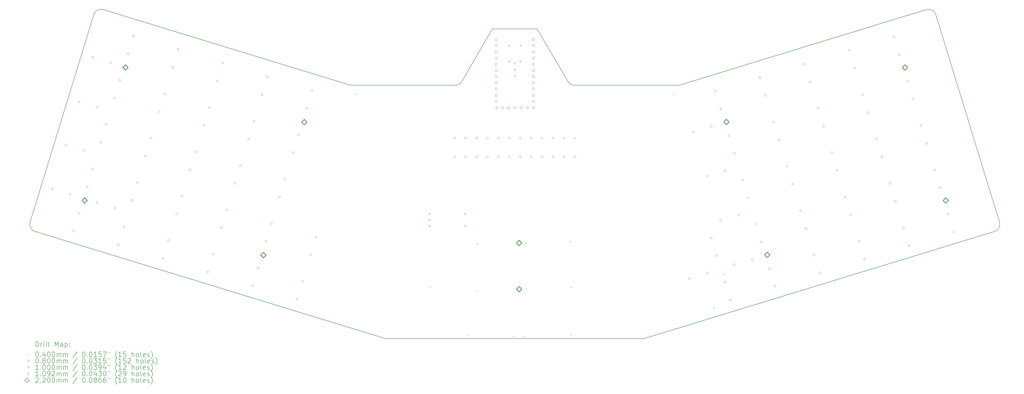
<source format=gbr>
%TF.GenerationSoftware,KiCad,Pcbnew,8.0.6*%
%TF.CreationDate,2024-10-28T13:21:29+01:00*%
%TF.ProjectId,pteranodon,70746572-616e-46f6-946f-6e2e6b696361,rev?*%
%TF.SameCoordinates,Original*%
%TF.FileFunction,Drillmap*%
%TF.FilePolarity,Positive*%
%FSLAX45Y45*%
G04 Gerber Fmt 4.5, Leading zero omitted, Abs format (unit mm)*
G04 Created by KiCad (PCBNEW 8.0.6) date 2024-10-28 13:21:29*
%MOMM*%
%LPD*%
G01*
G04 APERTURE LIST*
%ADD10C,0.200000*%
%ADD11C,0.100000*%
%ADD12C,0.109220*%
%ADD13C,0.220000*%
G04 APERTURE END LIST*
D10*
X27694138Y-11524378D02*
X37780750Y-8440391D01*
X1345539Y-17525286D02*
G75*
G02*
X1146352Y-17150681I87713J286898D01*
G01*
X3748467Y-8639571D02*
G75*
G02*
X4123070Y-8440391I286886J-87701D01*
G01*
X40757461Y-17150683D02*
G75*
G02*
X40558282Y-17525288I-286889J-87715D01*
G01*
X38155353Y-8639571D02*
X40757461Y-17150683D01*
X20037512Y-9234978D02*
X21866312Y-9234978D01*
X37780750Y-8440391D02*
G75*
G02*
X38155357Y-8639570I87712J-286897D01*
G01*
X21866312Y-9234978D02*
X23132434Y-11389485D01*
X20037512Y-9234978D02*
X18778419Y-11388887D01*
X14292120Y-11537488D02*
X18519424Y-11537488D01*
X40558281Y-17525286D02*
X26262129Y-21895174D01*
X14292120Y-11537488D02*
G75*
G02*
X14204362Y-11524365I2J300000D01*
G01*
X4123070Y-8440391D02*
X14204362Y-11524365D01*
X1345539Y-17525286D02*
X15635375Y-21895163D01*
X18778419Y-11388887D02*
G75*
G02*
X18519424Y-11537490I-258997J151399D01*
G01*
X26174433Y-21908278D02*
X15723105Y-21908278D01*
X15723105Y-21908278D02*
G75*
G02*
X15635375Y-21895162I-3J299950D01*
G01*
X26262129Y-21895174D02*
G75*
G02*
X26174433Y-21908278I-87697J286897D01*
G01*
X23391079Y-11537489D02*
G75*
G02*
X23132431Y-11389486I4J300011D01*
G01*
X1146359Y-17150683D02*
X3748467Y-8639571D01*
X27606422Y-11537488D02*
X23391079Y-11537489D01*
X27694138Y-11524378D02*
G75*
G02*
X27606422Y-11537488I-87717J286890D01*
G01*
D11*
X14474952Y-11880767D02*
X14514952Y-11920767D01*
X14514952Y-11880767D02*
X14474952Y-11920767D01*
X17482452Y-19778978D02*
X17522452Y-19818978D01*
X17522452Y-19778978D02*
X17482452Y-19818978D01*
X19029952Y-21735978D02*
X19069952Y-21775978D01*
X19069952Y-21735978D02*
X19029952Y-21775978D01*
X19389452Y-19936978D02*
X19429452Y-19976978D01*
X19429452Y-19936978D02*
X19389452Y-19976978D01*
X19393452Y-17999978D02*
X19433452Y-18039978D01*
X19433452Y-17999978D02*
X19393452Y-18039978D01*
X20889952Y-21808478D02*
X20929952Y-21848478D01*
X20929952Y-21808478D02*
X20889952Y-21848478D01*
X21298452Y-21807978D02*
X21338452Y-21847978D01*
X21338452Y-21807978D02*
X21298452Y-21847978D01*
X21382000Y-18001000D02*
X21422000Y-18041000D01*
X21422000Y-18001000D02*
X21382000Y-18041000D01*
X21393000Y-19863000D02*
X21433000Y-19903000D01*
X21433000Y-19863000D02*
X21393000Y-19903000D01*
X23209452Y-21735978D02*
X23249452Y-21775978D01*
X23249452Y-21735978D02*
X23209452Y-21775978D01*
X23211452Y-17926478D02*
X23251452Y-17966478D01*
X23251452Y-17926478D02*
X23211452Y-17966478D01*
X23224452Y-19780978D02*
X23264452Y-19820978D01*
X23264452Y-19780978D02*
X23224452Y-19820978D01*
X27422452Y-11878478D02*
X27462452Y-11918478D01*
X27462452Y-11878478D02*
X27422452Y-11918478D01*
X29064952Y-20640978D02*
X29104952Y-20680978D01*
X29104952Y-20640978D02*
X29064952Y-20680978D01*
X29449952Y-19255978D02*
X29489952Y-19295978D01*
X29489952Y-19255978D02*
X29449952Y-19295978D01*
X2094957Y-15779561D02*
G75*
G02*
X2014957Y-15779561I-40000J0D01*
G01*
X2014957Y-15779561D02*
G75*
G02*
X2094957Y-15779561I40000J0D01*
G01*
X2646370Y-13975970D02*
G75*
G02*
X2566370Y-13975970I-40000J0D01*
G01*
X2566370Y-13975970D02*
G75*
G02*
X2646370Y-13975970I40000J0D01*
G01*
X2823661Y-16002348D02*
G75*
G02*
X2743661Y-16002348I-40000J0D01*
G01*
X2743661Y-16002348D02*
G75*
G02*
X2823661Y-16002348I40000J0D01*
G01*
X2965210Y-17502273D02*
G75*
G02*
X2885210Y-17502273I-40000J0D01*
G01*
X2885210Y-17502273D02*
G75*
G02*
X2965210Y-17502273I40000J0D01*
G01*
X3186673Y-12208719D02*
G75*
G02*
X3106673Y-12208719I-40000J0D01*
G01*
X3106673Y-12208719D02*
G75*
G02*
X3186673Y-12208719I40000J0D01*
G01*
X3187998Y-16773569D02*
G75*
G02*
X3107998Y-16773569I-40000J0D01*
G01*
X3107998Y-16773569D02*
G75*
G02*
X3187998Y-16773569I40000J0D01*
G01*
X3375074Y-14198758D02*
G75*
G02*
X3295074Y-14198758I-40000J0D01*
G01*
X3295074Y-14198758D02*
G75*
G02*
X3375074Y-14198758I40000J0D01*
G01*
X3519912Y-15687924D02*
G75*
G02*
X3439912Y-15687924I-40000J0D01*
G01*
X3439912Y-15687924D02*
G75*
G02*
X3519912Y-15687924I40000J0D01*
G01*
X3740534Y-10397120D02*
G75*
G02*
X3660534Y-10397120I-40000J0D01*
G01*
X3660534Y-10397120D02*
G75*
G02*
X3740534Y-10397120I40000J0D01*
G01*
X3742700Y-14959220D02*
G75*
G02*
X3662700Y-14959220I-40000J0D01*
G01*
X3662700Y-14959220D02*
G75*
G02*
X3742700Y-14959220I40000J0D01*
G01*
X3915377Y-12431506D02*
G75*
G02*
X3835377Y-12431506I-40000J0D01*
G01*
X3835377Y-12431506D02*
G75*
G02*
X3915377Y-12431506I40000J0D01*
G01*
X3921307Y-16337933D02*
G75*
G02*
X3841307Y-16337933I-40000J0D01*
G01*
X3841307Y-16337933D02*
G75*
G02*
X3921307Y-16337933I40000J0D01*
G01*
X4074615Y-13873575D02*
G75*
G02*
X3994615Y-13873575I-40000J0D01*
G01*
X3994615Y-13873575D02*
G75*
G02*
X4074615Y-13873575I40000J0D01*
G01*
X4297402Y-13144870D02*
G75*
G02*
X4217402Y-13144870I-40000J0D01*
G01*
X4217402Y-13144870D02*
G75*
G02*
X4297402Y-13144870I40000J0D01*
G01*
X4469239Y-10619907D02*
G75*
G02*
X4389239Y-10619907I-40000J0D01*
G01*
X4389239Y-10619907D02*
G75*
G02*
X4469239Y-10619907I40000J0D01*
G01*
X4629317Y-12059225D02*
G75*
G02*
X4549317Y-12059225I-40000J0D01*
G01*
X4549317Y-12059225D02*
G75*
G02*
X4629317Y-12059225I40000J0D01*
G01*
X4650011Y-16560720D02*
G75*
G02*
X4570011Y-16560720I-40000J0D01*
G01*
X4570011Y-16560720D02*
G75*
G02*
X4650011Y-16560720I40000J0D01*
G01*
X4791561Y-18060645D02*
G75*
G02*
X4711561Y-18060645I-40000J0D01*
G01*
X4711561Y-18060645D02*
G75*
G02*
X4791561Y-18060645I40000J0D01*
G01*
X4852104Y-11330521D02*
G75*
G02*
X4772104Y-11330521I-40000J0D01*
G01*
X4772104Y-11330521D02*
G75*
G02*
X4852104Y-11330521I40000J0D01*
G01*
X5014349Y-17331940D02*
G75*
G02*
X4934349Y-17331940I-40000J0D01*
G01*
X4934349Y-17331940D02*
G75*
G02*
X5014349Y-17331940I40000J0D01*
G01*
X5184019Y-10244876D02*
G75*
G02*
X5104019Y-10244876I-40000J0D01*
G01*
X5104019Y-10244876D02*
G75*
G02*
X5184019Y-10244876I40000J0D01*
G01*
X5346264Y-16246295D02*
G75*
G02*
X5266264Y-16246295I-40000J0D01*
G01*
X5266264Y-16246295D02*
G75*
G02*
X5346264Y-16246295I40000J0D01*
G01*
X5406807Y-9516172D02*
G75*
G02*
X5326807Y-9516172I-40000J0D01*
G01*
X5326807Y-9516172D02*
G75*
G02*
X5406807Y-9516172I40000J0D01*
G01*
X5569051Y-15517591D02*
G75*
G02*
X5489051Y-15517591I-40000J0D01*
G01*
X5489051Y-15517591D02*
G75*
G02*
X5569051Y-15517591I40000J0D01*
G01*
X5900966Y-14431946D02*
G75*
G02*
X5820966Y-14431946I-40000J0D01*
G01*
X5820966Y-14431946D02*
G75*
G02*
X5900966Y-14431946I40000J0D01*
G01*
X6123753Y-13703242D02*
G75*
G02*
X6043753Y-13703242I-40000J0D01*
G01*
X6043753Y-13703242D02*
G75*
G02*
X6123753Y-13703242I40000J0D01*
G01*
X6455668Y-12617597D02*
G75*
G02*
X6375668Y-12617597I-40000J0D01*
G01*
X6375668Y-12617597D02*
G75*
G02*
X6455668Y-12617597I40000J0D01*
G01*
X6617912Y-18619016D02*
G75*
G02*
X6537912Y-18619016I-40000J0D01*
G01*
X6537912Y-18619016D02*
G75*
G02*
X6617912Y-18619016I40000J0D01*
G01*
X6678455Y-11888893D02*
G75*
G02*
X6598455Y-11888893I-40000J0D01*
G01*
X6598455Y-11888893D02*
G75*
G02*
X6678455Y-11888893I40000J0D01*
G01*
X6840699Y-17890312D02*
G75*
G02*
X6760699Y-17890312I-40000J0D01*
G01*
X6760699Y-17890312D02*
G75*
G02*
X6840699Y-17890312I40000J0D01*
G01*
X7010370Y-10803248D02*
G75*
G02*
X6930370Y-10803248I-40000J0D01*
G01*
X6930370Y-10803248D02*
G75*
G02*
X7010370Y-10803248I40000J0D01*
G01*
X7172614Y-16804667D02*
G75*
G02*
X7092614Y-16804667I-40000J0D01*
G01*
X7092614Y-16804667D02*
G75*
G02*
X7172614Y-16804667I40000J0D01*
G01*
X7233157Y-10074544D02*
G75*
G02*
X7153157Y-10074544I-40000J0D01*
G01*
X7153157Y-10074544D02*
G75*
G02*
X7233157Y-10074544I40000J0D01*
G01*
X7395401Y-16075963D02*
G75*
G02*
X7315401Y-16075963I-40000J0D01*
G01*
X7315401Y-16075963D02*
G75*
G02*
X7395401Y-16075963I40000J0D01*
G01*
X7727316Y-14990318D02*
G75*
G02*
X7647316Y-14990318I-40000J0D01*
G01*
X7647316Y-14990318D02*
G75*
G02*
X7727316Y-14990318I40000J0D01*
G01*
X7950104Y-14261613D02*
G75*
G02*
X7870104Y-14261613I-40000J0D01*
G01*
X7870104Y-14261613D02*
G75*
G02*
X7950104Y-14261613I40000J0D01*
G01*
X8282019Y-13175968D02*
G75*
G02*
X8202019Y-13175968I-40000J0D01*
G01*
X8202019Y-13175968D02*
G75*
G02*
X8282019Y-13175968I40000J0D01*
G01*
X8444263Y-19177388D02*
G75*
G02*
X8364263Y-19177388I-40000J0D01*
G01*
X8364263Y-19177388D02*
G75*
G02*
X8444263Y-19177388I40000J0D01*
G01*
X8504806Y-12447264D02*
G75*
G02*
X8424806Y-12447264I-40000J0D01*
G01*
X8424806Y-12447264D02*
G75*
G02*
X8504806Y-12447264I40000J0D01*
G01*
X8667050Y-18448683D02*
G75*
G02*
X8587050Y-18448683I-40000J0D01*
G01*
X8587050Y-18448683D02*
G75*
G02*
X8667050Y-18448683I40000J0D01*
G01*
X8836721Y-11361619D02*
G75*
G02*
X8756721Y-11361619I-40000J0D01*
G01*
X8756721Y-11361619D02*
G75*
G02*
X8836721Y-11361619I40000J0D01*
G01*
X8998965Y-17363038D02*
G75*
G02*
X8918965Y-17363038I-40000J0D01*
G01*
X8918965Y-17363038D02*
G75*
G02*
X8998965Y-17363038I40000J0D01*
G01*
X9059508Y-10632915D02*
G75*
G02*
X8979508Y-10632915I-40000J0D01*
G01*
X8979508Y-10632915D02*
G75*
G02*
X9059508Y-10632915I40000J0D01*
G01*
X9221752Y-16634334D02*
G75*
G02*
X9141752Y-16634334I-40000J0D01*
G01*
X9141752Y-16634334D02*
G75*
G02*
X9221752Y-16634334I40000J0D01*
G01*
X9553667Y-15548689D02*
G75*
G02*
X9473667Y-15548689I-40000J0D01*
G01*
X9473667Y-15548689D02*
G75*
G02*
X9553667Y-15548689I40000J0D01*
G01*
X9776454Y-14819985D02*
G75*
G02*
X9696454Y-14819985I-40000J0D01*
G01*
X9696454Y-14819985D02*
G75*
G02*
X9776454Y-14819985I40000J0D01*
G01*
X10108370Y-13734340D02*
G75*
G02*
X10028370Y-13734340I-40000J0D01*
G01*
X10028370Y-13734340D02*
G75*
G02*
X10108370Y-13734340I40000J0D01*
G01*
X10270614Y-19735759D02*
G75*
G02*
X10190614Y-19735759I-40000J0D01*
G01*
X10190614Y-19735759D02*
G75*
G02*
X10270614Y-19735759I40000J0D01*
G01*
X10331157Y-13005636D02*
G75*
G02*
X10251157Y-13005636I-40000J0D01*
G01*
X10251157Y-13005636D02*
G75*
G02*
X10331157Y-13005636I40000J0D01*
G01*
X10493401Y-19007055D02*
G75*
G02*
X10413401Y-19007055I-40000J0D01*
G01*
X10413401Y-19007055D02*
G75*
G02*
X10493401Y-19007055I40000J0D01*
G01*
X10663072Y-11919991D02*
G75*
G02*
X10583072Y-11919991I-40000J0D01*
G01*
X10583072Y-11919991D02*
G75*
G02*
X10663072Y-11919991I40000J0D01*
G01*
X10825316Y-17921410D02*
G75*
G02*
X10745316Y-17921410I-40000J0D01*
G01*
X10745316Y-17921410D02*
G75*
G02*
X10825316Y-17921410I40000J0D01*
G01*
X10885859Y-11191287D02*
G75*
G02*
X10805859Y-11191287I-40000J0D01*
G01*
X10805859Y-11191287D02*
G75*
G02*
X10885859Y-11191287I40000J0D01*
G01*
X11048103Y-17192706D02*
G75*
G02*
X10968103Y-17192706I-40000J0D01*
G01*
X10968103Y-17192706D02*
G75*
G02*
X11048103Y-17192706I40000J0D01*
G01*
X11380018Y-16107061D02*
G75*
G02*
X11300018Y-16107061I-40000J0D01*
G01*
X11300018Y-16107061D02*
G75*
G02*
X11380018Y-16107061I40000J0D01*
G01*
X11602805Y-15378356D02*
G75*
G02*
X11522805Y-15378356I-40000J0D01*
G01*
X11522805Y-15378356D02*
G75*
G02*
X11602805Y-15378356I40000J0D01*
G01*
X11934720Y-14292711D02*
G75*
G02*
X11854720Y-14292711I-40000J0D01*
G01*
X11854720Y-14292711D02*
G75*
G02*
X11934720Y-14292711I40000J0D01*
G01*
X12088931Y-20291675D02*
G75*
G02*
X12008931Y-20291675I-40000J0D01*
G01*
X12008931Y-20291675D02*
G75*
G02*
X12088931Y-20291675I40000J0D01*
G01*
X12157508Y-13564007D02*
G75*
G02*
X12077508Y-13564007I-40000J0D01*
G01*
X12077508Y-13564007D02*
G75*
G02*
X12157508Y-13564007I40000J0D01*
G01*
X12311719Y-19562971D02*
G75*
G02*
X12231719Y-19562971I-40000J0D01*
G01*
X12231719Y-19562971D02*
G75*
G02*
X12311719Y-19562971I40000J0D01*
G01*
X12489423Y-12478362D02*
G75*
G02*
X12409423Y-12478362I-40000J0D01*
G01*
X12409423Y-12478362D02*
G75*
G02*
X12489423Y-12478362I40000J0D01*
G01*
X12643634Y-18477325D02*
G75*
G02*
X12563634Y-18477325I-40000J0D01*
G01*
X12563634Y-18477325D02*
G75*
G02*
X12643634Y-18477325I40000J0D01*
G01*
X12712210Y-11749658D02*
G75*
G02*
X12632210Y-11749658I-40000J0D01*
G01*
X12632210Y-11749658D02*
G75*
G02*
X12712210Y-11749658I40000J0D01*
G01*
X12866421Y-17748621D02*
G75*
G02*
X12786421Y-17748621I-40000J0D01*
G01*
X12786421Y-17748621D02*
G75*
G02*
X12866421Y-17748621I40000J0D01*
G01*
X18537190Y-13704978D02*
G75*
G02*
X18457190Y-13704978I-40000J0D01*
G01*
X18457190Y-13704978D02*
G75*
G02*
X18537190Y-13704978I40000J0D01*
G01*
X18537190Y-14466978D02*
G75*
G02*
X18457190Y-14466978I-40000J0D01*
G01*
X18457190Y-14466978D02*
G75*
G02*
X18537190Y-14466978I40000J0D01*
G01*
X18983553Y-13704978D02*
G75*
G02*
X18903553Y-13704978I-40000J0D01*
G01*
X18903553Y-13704978D02*
G75*
G02*
X18983553Y-13704978I40000J0D01*
G01*
X18983553Y-14466978D02*
G75*
G02*
X18903553Y-14466978I-40000J0D01*
G01*
X18903553Y-14466978D02*
G75*
G02*
X18983553Y-14466978I40000J0D01*
G01*
X19429917Y-13704978D02*
G75*
G02*
X19349917Y-13704978I-40000J0D01*
G01*
X19349917Y-13704978D02*
G75*
G02*
X19429917Y-13704978I40000J0D01*
G01*
X19429917Y-14466978D02*
G75*
G02*
X19349917Y-14466978I-40000J0D01*
G01*
X19349917Y-14466978D02*
G75*
G02*
X19429917Y-14466978I40000J0D01*
G01*
X19876281Y-13704978D02*
G75*
G02*
X19796281Y-13704978I-40000J0D01*
G01*
X19796281Y-13704978D02*
G75*
G02*
X19876281Y-13704978I40000J0D01*
G01*
X19876281Y-14466978D02*
G75*
G02*
X19796281Y-14466978I-40000J0D01*
G01*
X19796281Y-14466978D02*
G75*
G02*
X19876281Y-14466978I40000J0D01*
G01*
X20322644Y-13704978D02*
G75*
G02*
X20242644Y-13704978I-40000J0D01*
G01*
X20242644Y-13704978D02*
G75*
G02*
X20322644Y-13704978I40000J0D01*
G01*
X20322644Y-14466978D02*
G75*
G02*
X20242644Y-14466978I-40000J0D01*
G01*
X20242644Y-14466978D02*
G75*
G02*
X20322644Y-14466978I40000J0D01*
G01*
X20769008Y-13704978D02*
G75*
G02*
X20689008Y-13704978I-40000J0D01*
G01*
X20689008Y-13704978D02*
G75*
G02*
X20769008Y-13704978I40000J0D01*
G01*
X20769008Y-14466978D02*
G75*
G02*
X20689008Y-14466978I-40000J0D01*
G01*
X20689008Y-14466978D02*
G75*
G02*
X20769008Y-14466978I40000J0D01*
G01*
X21215371Y-13704978D02*
G75*
G02*
X21135371Y-13704978I-40000J0D01*
G01*
X21135371Y-13704978D02*
G75*
G02*
X21215371Y-13704978I40000J0D01*
G01*
X21215371Y-14466978D02*
G75*
G02*
X21135371Y-14466978I-40000J0D01*
G01*
X21135371Y-14466978D02*
G75*
G02*
X21215371Y-14466978I40000J0D01*
G01*
X21661735Y-13704978D02*
G75*
G02*
X21581735Y-13704978I-40000J0D01*
G01*
X21581735Y-13704978D02*
G75*
G02*
X21661735Y-13704978I40000J0D01*
G01*
X21661735Y-14466978D02*
G75*
G02*
X21581735Y-14466978I-40000J0D01*
G01*
X21581735Y-14466978D02*
G75*
G02*
X21661735Y-14466978I40000J0D01*
G01*
X22108099Y-13704978D02*
G75*
G02*
X22028099Y-13704978I-40000J0D01*
G01*
X22028099Y-13704978D02*
G75*
G02*
X22108099Y-13704978I40000J0D01*
G01*
X22108099Y-14466978D02*
G75*
G02*
X22028099Y-14466978I-40000J0D01*
G01*
X22028099Y-14466978D02*
G75*
G02*
X22108099Y-14466978I40000J0D01*
G01*
X22554462Y-13704978D02*
G75*
G02*
X22474462Y-13704978I-40000J0D01*
G01*
X22474462Y-13704978D02*
G75*
G02*
X22554462Y-13704978I40000J0D01*
G01*
X22554462Y-14466978D02*
G75*
G02*
X22474462Y-14466978I-40000J0D01*
G01*
X22474462Y-14466978D02*
G75*
G02*
X22554462Y-14466978I40000J0D01*
G01*
X23000826Y-13704978D02*
G75*
G02*
X22920826Y-13704978I-40000J0D01*
G01*
X22920826Y-13704978D02*
G75*
G02*
X23000826Y-13704978I40000J0D01*
G01*
X23000826Y-14466978D02*
G75*
G02*
X22920826Y-14466978I-40000J0D01*
G01*
X22920826Y-14466978D02*
G75*
G02*
X23000826Y-14466978I40000J0D01*
G01*
X23447190Y-13704978D02*
G75*
G02*
X23367190Y-13704978I-40000J0D01*
G01*
X23367190Y-13704978D02*
G75*
G02*
X23447190Y-13704978I40000J0D01*
G01*
X23447190Y-14466978D02*
G75*
G02*
X23367190Y-14466978I-40000J0D01*
G01*
X23367190Y-14466978D02*
G75*
G02*
X23447190Y-14466978I40000J0D01*
G01*
X28133890Y-19447449D02*
G75*
G02*
X28053890Y-19447449I-40000J0D01*
G01*
X28053890Y-19447449D02*
G75*
G02*
X28133890Y-19447449I40000J0D01*
G01*
X28296134Y-13446030D02*
G75*
G02*
X28216134Y-13446030I-40000J0D01*
G01*
X28216134Y-13446030D02*
G75*
G02*
X28296134Y-13446030I40000J0D01*
G01*
X28850837Y-15260379D02*
G75*
G02*
X28770837Y-15260379I-40000J0D01*
G01*
X28770837Y-15260379D02*
G75*
G02*
X28850837Y-15260379I40000J0D01*
G01*
X28862594Y-19224662D02*
G75*
G02*
X28782594Y-19224662I-40000J0D01*
G01*
X28782594Y-19224662D02*
G75*
G02*
X28862594Y-19224662I40000J0D01*
G01*
X29022673Y-17785343D02*
G75*
G02*
X28942673Y-17785343I-40000J0D01*
G01*
X28942673Y-17785343D02*
G75*
G02*
X29022673Y-17785343I40000J0D01*
G01*
X29024839Y-13223243D02*
G75*
G02*
X28944839Y-13223243I-40000J0D01*
G01*
X28944839Y-13223243D02*
G75*
G02*
X29024839Y-13223243I40000J0D01*
G01*
X29183980Y-11784211D02*
G75*
G02*
X29103980Y-11784211I-40000J0D01*
G01*
X29103980Y-11784211D02*
G75*
G02*
X29183980Y-11784211I40000J0D01*
G01*
X29245460Y-18514047D02*
G75*
G02*
X29165460Y-18514047I-40000J0D01*
G01*
X29165460Y-18514047D02*
G75*
G02*
X29245460Y-18514047I40000J0D01*
G01*
X29405539Y-17074729D02*
G75*
G02*
X29325539Y-17074729I-40000J0D01*
G01*
X29325539Y-17074729D02*
G75*
G02*
X29405539Y-17074729I40000J0D01*
G01*
X29406767Y-12512915D02*
G75*
G02*
X29326767Y-12512915I-40000J0D01*
G01*
X29326767Y-12512915D02*
G75*
G02*
X29406767Y-12512915I40000J0D01*
G01*
X29577375Y-19599692D02*
G75*
G02*
X29497375Y-19599692I-40000J0D01*
G01*
X29497375Y-19599692D02*
G75*
G02*
X29577375Y-19599692I40000J0D01*
G01*
X29579541Y-15037592D02*
G75*
G02*
X29499541Y-15037592I-40000J0D01*
G01*
X29499541Y-15037592D02*
G75*
G02*
X29579541Y-15037592I40000J0D01*
G01*
X29738682Y-13598560D02*
G75*
G02*
X29658682Y-13598560I-40000J0D01*
G01*
X29658682Y-13598560D02*
G75*
G02*
X29738682Y-13598560I40000J0D01*
G01*
X29800162Y-20328396D02*
G75*
G02*
X29720162Y-20328396I-40000J0D01*
G01*
X29720162Y-20328396D02*
G75*
G02*
X29800162Y-20328396I40000J0D01*
G01*
X29960241Y-18889078D02*
G75*
G02*
X29880241Y-18889078I-40000J0D01*
G01*
X29880241Y-18889078D02*
G75*
G02*
X29960241Y-18889078I40000J0D01*
G01*
X29961469Y-14327264D02*
G75*
G02*
X29881469Y-14327264I-40000J0D01*
G01*
X29881469Y-14327264D02*
G75*
G02*
X29961469Y-14327264I40000J0D01*
G01*
X30134243Y-16851941D02*
G75*
G02*
X30054243Y-16851941I-40000J0D01*
G01*
X30054243Y-16851941D02*
G75*
G02*
X30134243Y-16851941I40000J0D01*
G01*
X30293385Y-15412909D02*
G75*
G02*
X30213385Y-15412909I-40000J0D01*
G01*
X30213385Y-15412909D02*
G75*
G02*
X30293385Y-15412909I40000J0D01*
G01*
X30516172Y-16141613D02*
G75*
G02*
X30436172Y-16141613I-40000J0D01*
G01*
X30436172Y-16141613D02*
G75*
G02*
X30516172Y-16141613I40000J0D01*
G01*
X30688945Y-18666291D02*
G75*
G02*
X30608945Y-18666291I-40000J0D01*
G01*
X30608945Y-18666291D02*
G75*
G02*
X30688945Y-18666291I40000J0D01*
G01*
X30848087Y-17227258D02*
G75*
G02*
X30768087Y-17227258I-40000J0D01*
G01*
X30768087Y-17227258D02*
G75*
G02*
X30848087Y-17227258I40000J0D01*
G01*
X31008457Y-11226412D02*
G75*
G02*
X30928457Y-11226412I-40000J0D01*
G01*
X30928457Y-11226412D02*
G75*
G02*
X31008457Y-11226412I40000J0D01*
G01*
X31070874Y-17955962D02*
G75*
G02*
X30990874Y-17955962I-40000J0D01*
G01*
X30990874Y-17955962D02*
G75*
G02*
X31070874Y-17955962I40000J0D01*
G01*
X31231244Y-11955116D02*
G75*
G02*
X31151244Y-11955116I-40000J0D01*
G01*
X31151244Y-11955116D02*
G75*
G02*
X31231244Y-11955116I40000J0D01*
G01*
X31402789Y-19041607D02*
G75*
G02*
X31322789Y-19041607I-40000J0D01*
G01*
X31322789Y-19041607D02*
G75*
G02*
X31402789Y-19041607I40000J0D01*
G01*
X31563159Y-13040761D02*
G75*
G02*
X31483159Y-13040761I-40000J0D01*
G01*
X31483159Y-13040761D02*
G75*
G02*
X31563159Y-13040761I40000J0D01*
G01*
X31625576Y-19770311D02*
G75*
G02*
X31545576Y-19770311I-40000J0D01*
G01*
X31545576Y-19770311D02*
G75*
G02*
X31625576Y-19770311I40000J0D01*
G01*
X31785946Y-13769465D02*
G75*
G02*
X31705946Y-13769465I-40000J0D01*
G01*
X31705946Y-13769465D02*
G75*
G02*
X31785946Y-13769465I40000J0D01*
G01*
X32117861Y-14855110D02*
G75*
G02*
X32037861Y-14855110I-40000J0D01*
G01*
X32037861Y-14855110D02*
G75*
G02*
X32117861Y-14855110I40000J0D01*
G01*
X32340648Y-15583814D02*
G75*
G02*
X32260648Y-15583814I-40000J0D01*
G01*
X32260648Y-15583814D02*
G75*
G02*
X32340648Y-15583814I40000J0D01*
G01*
X32672563Y-16669460D02*
G75*
G02*
X32592563Y-16669460I-40000J0D01*
G01*
X32592563Y-16669460D02*
G75*
G02*
X32672563Y-16669460I40000J0D01*
G01*
X32832933Y-10668614D02*
G75*
G02*
X32752933Y-10668614I-40000J0D01*
G01*
X32752933Y-10668614D02*
G75*
G02*
X32832933Y-10668614I40000J0D01*
G01*
X32895350Y-17398164D02*
G75*
G02*
X32815350Y-17398164I-40000J0D01*
G01*
X32815350Y-17398164D02*
G75*
G02*
X32895350Y-17398164I40000J0D01*
G01*
X33055720Y-11397318D02*
G75*
G02*
X32975720Y-11397318I-40000J0D01*
G01*
X32975720Y-11397318D02*
G75*
G02*
X33055720Y-11397318I40000J0D01*
G01*
X33227265Y-18483809D02*
G75*
G02*
X33147265Y-18483809I-40000J0D01*
G01*
X33147265Y-18483809D02*
G75*
G02*
X33227265Y-18483809I40000J0D01*
G01*
X33387635Y-12482963D02*
G75*
G02*
X33307635Y-12482963I-40000J0D01*
G01*
X33307635Y-12482963D02*
G75*
G02*
X33387635Y-12482963I40000J0D01*
G01*
X33450053Y-19212513D02*
G75*
G02*
X33370053Y-19212513I-40000J0D01*
G01*
X33370053Y-19212513D02*
G75*
G02*
X33450053Y-19212513I40000J0D01*
G01*
X33610423Y-13211667D02*
G75*
G02*
X33530423Y-13211667I-40000J0D01*
G01*
X33530423Y-13211667D02*
G75*
G02*
X33610423Y-13211667I40000J0D01*
G01*
X33942338Y-14297312D02*
G75*
G02*
X33862338Y-14297312I-40000J0D01*
G01*
X33862338Y-14297312D02*
G75*
G02*
X33942338Y-14297312I40000J0D01*
G01*
X34165125Y-15026016D02*
G75*
G02*
X34085125Y-15026016I-40000J0D01*
G01*
X34085125Y-15026016D02*
G75*
G02*
X34165125Y-15026016I40000J0D01*
G01*
X34497040Y-16111661D02*
G75*
G02*
X34417040Y-16111661I-40000J0D01*
G01*
X34417040Y-16111661D02*
G75*
G02*
X34497040Y-16111661I40000J0D01*
G01*
X34657409Y-10110815D02*
G75*
G02*
X34577409Y-10110815I-40000J0D01*
G01*
X34577409Y-10110815D02*
G75*
G02*
X34657409Y-10110815I40000J0D01*
G01*
X34719827Y-16840366D02*
G75*
G02*
X34639827Y-16840366I-40000J0D01*
G01*
X34639827Y-16840366D02*
G75*
G02*
X34719827Y-16840366I40000J0D01*
G01*
X34880197Y-10839520D02*
G75*
G02*
X34800197Y-10839520I-40000J0D01*
G01*
X34800197Y-10839520D02*
G75*
G02*
X34880197Y-10839520I40000J0D01*
G01*
X35051742Y-17926011D02*
G75*
G02*
X34971742Y-17926011I-40000J0D01*
G01*
X34971742Y-17926011D02*
G75*
G02*
X35051742Y-17926011I40000J0D01*
G01*
X35212112Y-11925164D02*
G75*
G02*
X35132112Y-11925164I-40000J0D01*
G01*
X35132112Y-11925164D02*
G75*
G02*
X35212112Y-11925164I40000J0D01*
G01*
X35274529Y-18654715D02*
G75*
G02*
X35194529Y-18654715I-40000J0D01*
G01*
X35194529Y-18654715D02*
G75*
G02*
X35274529Y-18654715I40000J0D01*
G01*
X35434899Y-12653869D02*
G75*
G02*
X35354899Y-12653869I-40000J0D01*
G01*
X35354899Y-12653869D02*
G75*
G02*
X35434899Y-12653869I40000J0D01*
G01*
X35766814Y-13739514D02*
G75*
G02*
X35686814Y-13739514I-40000J0D01*
G01*
X35686814Y-13739514D02*
G75*
G02*
X35766814Y-13739514I40000J0D01*
G01*
X35989601Y-14468218D02*
G75*
G02*
X35909601Y-14468218I-40000J0D01*
G01*
X35909601Y-14468218D02*
G75*
G02*
X35989601Y-14468218I40000J0D01*
G01*
X36321516Y-15553863D02*
G75*
G02*
X36241516Y-15553863I-40000J0D01*
G01*
X36241516Y-15553863D02*
G75*
G02*
X36321516Y-15553863I40000J0D01*
G01*
X36481886Y-9553017D02*
G75*
G02*
X36401886Y-9553017I-40000J0D01*
G01*
X36401886Y-9553017D02*
G75*
G02*
X36481886Y-9553017I40000J0D01*
G01*
X36544303Y-16282567D02*
G75*
G02*
X36464303Y-16282567I-40000J0D01*
G01*
X36464303Y-16282567D02*
G75*
G02*
X36544303Y-16282567I40000J0D01*
G01*
X36704673Y-10281721D02*
G75*
G02*
X36624673Y-10281721I-40000J0D01*
G01*
X36624673Y-10281721D02*
G75*
G02*
X36704673Y-10281721I40000J0D01*
G01*
X36876219Y-17368212D02*
G75*
G02*
X36796219Y-17368212I-40000J0D01*
G01*
X36796219Y-17368212D02*
G75*
G02*
X36876219Y-17368212I40000J0D01*
G01*
X37036588Y-11367366D02*
G75*
G02*
X36956588Y-11367366I-40000J0D01*
G01*
X36956588Y-11367366D02*
G75*
G02*
X37036588Y-11367366I40000J0D01*
G01*
X37099006Y-18096916D02*
G75*
G02*
X37019006Y-18096916I-40000J0D01*
G01*
X37019006Y-18096916D02*
G75*
G02*
X37099006Y-18096916I40000J0D01*
G01*
X37259376Y-12096070D02*
G75*
G02*
X37179376Y-12096070I-40000J0D01*
G01*
X37179376Y-12096070D02*
G75*
G02*
X37259376Y-12096070I40000J0D01*
G01*
X37591290Y-13181715D02*
G75*
G02*
X37511290Y-13181715I-40000J0D01*
G01*
X37511290Y-13181715D02*
G75*
G02*
X37591290Y-13181715I40000J0D01*
G01*
X37814078Y-13910419D02*
G75*
G02*
X37734078Y-13910419I-40000J0D01*
G01*
X37734078Y-13910419D02*
G75*
G02*
X37814078Y-13910419I40000J0D01*
G01*
X38145993Y-14996064D02*
G75*
G02*
X38065993Y-14996064I-40000J0D01*
G01*
X38065993Y-14996064D02*
G75*
G02*
X38145993Y-14996064I40000J0D01*
G01*
X38368780Y-15724768D02*
G75*
G02*
X38288780Y-15724768I-40000J0D01*
G01*
X38288780Y-15724768D02*
G75*
G02*
X38368780Y-15724768I40000J0D01*
G01*
X38700695Y-16810414D02*
G75*
G02*
X38620695Y-16810414I-40000J0D01*
G01*
X38620695Y-16810414D02*
G75*
G02*
X38700695Y-16810414I40000J0D01*
G01*
X38923482Y-17539118D02*
G75*
G02*
X38843482Y-17539118I-40000J0D01*
G01*
X38843482Y-17539118D02*
G75*
G02*
X38923482Y-17539118I40000J0D01*
G01*
X17470152Y-16741728D02*
X17470152Y-16841728D01*
X17420152Y-16791728D02*
X17520152Y-16791728D01*
X17470152Y-16991728D02*
X17470152Y-17091728D01*
X17420152Y-17041728D02*
X17520152Y-17041728D01*
X17470152Y-17241728D02*
X17470152Y-17341728D01*
X17420152Y-17291728D02*
X17520152Y-17291728D01*
X18920152Y-16741728D02*
X18920152Y-16841728D01*
X18870152Y-16791728D02*
X18970152Y-16791728D01*
X18920152Y-17241728D02*
X18920152Y-17341728D01*
X18870152Y-17291728D02*
X18970152Y-17291728D01*
X20726912Y-9860978D02*
X20726912Y-9960978D01*
X20676912Y-9910978D02*
X20776912Y-9910978D01*
X20726912Y-10510978D02*
X20726912Y-10610978D01*
X20676912Y-10560978D02*
X20776912Y-10560978D01*
X20951912Y-10590478D02*
X20951912Y-10690478D01*
X20901912Y-10640478D02*
X21001912Y-10640478D01*
X20951912Y-10844478D02*
X20951912Y-10944478D01*
X20901912Y-10894478D02*
X21001912Y-10894478D01*
X20951912Y-11098478D02*
X20951912Y-11198478D01*
X20901912Y-11148478D02*
X21001912Y-11148478D01*
X21176912Y-9860978D02*
X21176912Y-9960978D01*
X21126912Y-9910978D02*
X21226912Y-9910978D01*
X21176912Y-10510978D02*
X21176912Y-10610978D01*
X21126912Y-10560978D02*
X21226912Y-10560978D01*
D12*
X20228527Y-9694593D02*
X20228527Y-9617362D01*
X20151296Y-9617362D01*
X20151296Y-9694593D01*
X20228527Y-9694593D01*
X20228527Y-9948593D02*
X20228527Y-9871362D01*
X20151296Y-9871362D01*
X20151296Y-9948593D01*
X20228527Y-9948593D01*
X20228527Y-10202593D02*
X20228527Y-10125362D01*
X20151296Y-10125362D01*
X20151296Y-10202593D01*
X20228527Y-10202593D01*
X20228527Y-10456593D02*
X20228527Y-10379362D01*
X20151296Y-10379362D01*
X20151296Y-10456593D01*
X20228527Y-10456593D01*
X20228527Y-10710593D02*
X20228527Y-10633362D01*
X20151296Y-10633362D01*
X20151296Y-10710593D01*
X20228527Y-10710593D01*
X20228527Y-10964593D02*
X20228527Y-10887362D01*
X20151296Y-10887362D01*
X20151296Y-10964593D01*
X20228527Y-10964593D01*
X20228527Y-11218593D02*
X20228527Y-11141362D01*
X20151296Y-11141362D01*
X20151296Y-11218593D01*
X20228527Y-11218593D01*
X20228527Y-11472593D02*
X20228527Y-11395362D01*
X20151296Y-11395362D01*
X20151296Y-11472593D01*
X20228527Y-11472593D01*
X20228527Y-11726593D02*
X20228527Y-11649362D01*
X20151296Y-11649362D01*
X20151296Y-11726593D01*
X20228527Y-11726593D01*
X20228527Y-11980593D02*
X20228527Y-11903362D01*
X20151296Y-11903362D01*
X20151296Y-11980593D01*
X20228527Y-11980593D01*
X20228527Y-12234593D02*
X20228527Y-12157362D01*
X20151296Y-12157362D01*
X20151296Y-12234593D01*
X20228527Y-12234593D01*
X20251387Y-12488593D02*
X20251387Y-12411362D01*
X20174156Y-12411362D01*
X20174156Y-12488593D01*
X20251387Y-12488593D01*
X20482527Y-12488593D02*
X20482527Y-12411362D01*
X20405296Y-12411362D01*
X20405296Y-12488593D01*
X20482527Y-12488593D01*
X20736527Y-12488593D02*
X20736527Y-12411362D01*
X20659296Y-12411362D01*
X20659296Y-12488593D01*
X20736527Y-12488593D01*
X20990527Y-12488593D02*
X20990527Y-12411362D01*
X20913296Y-12411362D01*
X20913296Y-12488593D01*
X20990527Y-12488593D01*
X21244527Y-12488593D02*
X21244527Y-12411362D01*
X21167296Y-12411362D01*
X21167296Y-12488593D01*
X21244527Y-12488593D01*
X21498527Y-12488593D02*
X21498527Y-12411362D01*
X21421296Y-12411362D01*
X21421296Y-12488593D01*
X21498527Y-12488593D01*
X21752527Y-9694593D02*
X21752527Y-9617362D01*
X21675296Y-9617362D01*
X21675296Y-9694593D01*
X21752527Y-9694593D01*
X21752527Y-9948593D02*
X21752527Y-9871362D01*
X21675296Y-9871362D01*
X21675296Y-9948593D01*
X21752527Y-9948593D01*
X21752527Y-10202593D02*
X21752527Y-10125362D01*
X21675296Y-10125362D01*
X21675296Y-10202593D01*
X21752527Y-10202593D01*
X21752527Y-10456593D02*
X21752527Y-10379362D01*
X21675296Y-10379362D01*
X21675296Y-10456593D01*
X21752527Y-10456593D01*
X21752527Y-10710593D02*
X21752527Y-10633362D01*
X21675296Y-10633362D01*
X21675296Y-10710593D01*
X21752527Y-10710593D01*
X21752527Y-10964593D02*
X21752527Y-10887362D01*
X21675296Y-10887362D01*
X21675296Y-10964593D01*
X21752527Y-10964593D01*
X21752527Y-11218593D02*
X21752527Y-11141362D01*
X21675296Y-11141362D01*
X21675296Y-11218593D01*
X21752527Y-11218593D01*
X21752527Y-11472593D02*
X21752527Y-11395362D01*
X21675296Y-11395362D01*
X21675296Y-11472593D01*
X21752527Y-11472593D01*
X21752527Y-11726593D02*
X21752527Y-11649362D01*
X21675296Y-11649362D01*
X21675296Y-11726593D01*
X21752527Y-11726593D01*
X21752527Y-11980593D02*
X21752527Y-11903362D01*
X21675296Y-11903362D01*
X21675296Y-11980593D01*
X21752527Y-11980593D01*
X21752527Y-12234593D02*
X21752527Y-12157362D01*
X21675296Y-12157362D01*
X21675296Y-12234593D01*
X21752527Y-12234593D01*
X21752527Y-12488593D02*
X21752527Y-12411362D01*
X21675296Y-12411362D01*
X21675296Y-12488593D01*
X21752527Y-12488593D01*
D13*
X3374680Y-16359312D02*
X3484680Y-16249312D01*
X3374680Y-16139312D01*
X3264680Y-16249312D01*
X3374680Y-16359312D01*
X5038787Y-10916264D02*
X5148787Y-10806264D01*
X5038787Y-10696264D01*
X4928787Y-10806264D01*
X5038787Y-10916264D01*
X10680084Y-18592798D02*
X10790084Y-18482798D01*
X10680084Y-18372798D01*
X10570084Y-18482798D01*
X10680084Y-18592798D01*
X12344190Y-13149750D02*
X12454190Y-13039750D01*
X12344190Y-12929750D01*
X12234190Y-13039750D01*
X12344190Y-13149750D01*
X21123352Y-18100353D02*
X21233352Y-17990353D01*
X21123352Y-17880353D01*
X21013352Y-17990353D01*
X21123352Y-18100353D01*
X21123352Y-19997603D02*
X21233352Y-19887603D01*
X21123352Y-19777603D01*
X21013352Y-19887603D01*
X21123352Y-19997603D01*
X29593450Y-13147172D02*
X29703450Y-13037172D01*
X29593450Y-12927172D01*
X29483450Y-13037172D01*
X29593450Y-13147172D01*
X31257557Y-18590219D02*
X31367557Y-18480219D01*
X31257557Y-18370219D01*
X31147557Y-18480219D01*
X31257557Y-18590219D01*
X36891356Y-10915978D02*
X37001356Y-10805978D01*
X36891356Y-10695978D01*
X36781356Y-10805978D01*
X36891356Y-10915978D01*
X38555463Y-16359025D02*
X38665463Y-16249025D01*
X38555463Y-16139025D01*
X38445463Y-16249025D01*
X38555463Y-16359025D01*
D10*
X1384022Y-22229762D02*
X1384022Y-22029762D01*
X1384022Y-22029762D02*
X1431641Y-22029762D01*
X1431641Y-22029762D02*
X1460212Y-22039285D01*
X1460212Y-22039285D02*
X1479260Y-22058333D01*
X1479260Y-22058333D02*
X1488784Y-22077381D01*
X1488784Y-22077381D02*
X1498307Y-22115476D01*
X1498307Y-22115476D02*
X1498307Y-22144047D01*
X1498307Y-22144047D02*
X1488784Y-22182143D01*
X1488784Y-22182143D02*
X1479260Y-22201190D01*
X1479260Y-22201190D02*
X1460212Y-22220238D01*
X1460212Y-22220238D02*
X1431641Y-22229762D01*
X1431641Y-22229762D02*
X1384022Y-22229762D01*
X1584022Y-22229762D02*
X1584022Y-22096428D01*
X1584022Y-22134524D02*
X1593546Y-22115476D01*
X1593546Y-22115476D02*
X1603069Y-22105952D01*
X1603069Y-22105952D02*
X1622117Y-22096428D01*
X1622117Y-22096428D02*
X1641165Y-22096428D01*
X1707831Y-22229762D02*
X1707831Y-22096428D01*
X1707831Y-22029762D02*
X1698307Y-22039285D01*
X1698307Y-22039285D02*
X1707831Y-22048809D01*
X1707831Y-22048809D02*
X1717355Y-22039285D01*
X1717355Y-22039285D02*
X1707831Y-22029762D01*
X1707831Y-22029762D02*
X1707831Y-22048809D01*
X1831641Y-22229762D02*
X1812593Y-22220238D01*
X1812593Y-22220238D02*
X1803069Y-22201190D01*
X1803069Y-22201190D02*
X1803069Y-22029762D01*
X1936403Y-22229762D02*
X1917355Y-22220238D01*
X1917355Y-22220238D02*
X1907831Y-22201190D01*
X1907831Y-22201190D02*
X1907831Y-22029762D01*
X2164974Y-22229762D02*
X2164974Y-22029762D01*
X2164974Y-22029762D02*
X2231641Y-22172619D01*
X2231641Y-22172619D02*
X2298308Y-22029762D01*
X2298308Y-22029762D02*
X2298308Y-22229762D01*
X2479260Y-22229762D02*
X2479260Y-22125000D01*
X2479260Y-22125000D02*
X2469736Y-22105952D01*
X2469736Y-22105952D02*
X2450689Y-22096428D01*
X2450689Y-22096428D02*
X2412593Y-22096428D01*
X2412593Y-22096428D02*
X2393546Y-22105952D01*
X2479260Y-22220238D02*
X2460212Y-22229762D01*
X2460212Y-22229762D02*
X2412593Y-22229762D01*
X2412593Y-22229762D02*
X2393546Y-22220238D01*
X2393546Y-22220238D02*
X2384022Y-22201190D01*
X2384022Y-22201190D02*
X2384022Y-22182143D01*
X2384022Y-22182143D02*
X2393546Y-22163095D01*
X2393546Y-22163095D02*
X2412593Y-22153571D01*
X2412593Y-22153571D02*
X2460212Y-22153571D01*
X2460212Y-22153571D02*
X2479260Y-22144047D01*
X2574498Y-22096428D02*
X2574498Y-22296428D01*
X2574498Y-22105952D02*
X2593546Y-22096428D01*
X2593546Y-22096428D02*
X2631641Y-22096428D01*
X2631641Y-22096428D02*
X2650689Y-22105952D01*
X2650689Y-22105952D02*
X2660212Y-22115476D01*
X2660212Y-22115476D02*
X2669736Y-22134524D01*
X2669736Y-22134524D02*
X2669736Y-22191666D01*
X2669736Y-22191666D02*
X2660212Y-22210714D01*
X2660212Y-22210714D02*
X2650689Y-22220238D01*
X2650689Y-22220238D02*
X2631641Y-22229762D01*
X2631641Y-22229762D02*
X2593546Y-22229762D01*
X2593546Y-22229762D02*
X2574498Y-22220238D01*
X2755450Y-22210714D02*
X2764974Y-22220238D01*
X2764974Y-22220238D02*
X2755450Y-22229762D01*
X2755450Y-22229762D02*
X2745927Y-22220238D01*
X2745927Y-22220238D02*
X2755450Y-22210714D01*
X2755450Y-22210714D02*
X2755450Y-22229762D01*
X2755450Y-22105952D02*
X2764974Y-22115476D01*
X2764974Y-22115476D02*
X2755450Y-22125000D01*
X2755450Y-22125000D02*
X2745927Y-22115476D01*
X2745927Y-22115476D02*
X2755450Y-22105952D01*
X2755450Y-22105952D02*
X2755450Y-22125000D01*
D11*
X1083245Y-22538278D02*
X1123245Y-22578278D01*
X1123245Y-22538278D02*
X1083245Y-22578278D01*
D10*
X1422117Y-22449762D02*
X1441165Y-22449762D01*
X1441165Y-22449762D02*
X1460212Y-22459285D01*
X1460212Y-22459285D02*
X1469736Y-22468809D01*
X1469736Y-22468809D02*
X1479260Y-22487857D01*
X1479260Y-22487857D02*
X1488784Y-22525952D01*
X1488784Y-22525952D02*
X1488784Y-22573571D01*
X1488784Y-22573571D02*
X1479260Y-22611666D01*
X1479260Y-22611666D02*
X1469736Y-22630714D01*
X1469736Y-22630714D02*
X1460212Y-22640238D01*
X1460212Y-22640238D02*
X1441165Y-22649762D01*
X1441165Y-22649762D02*
X1422117Y-22649762D01*
X1422117Y-22649762D02*
X1403069Y-22640238D01*
X1403069Y-22640238D02*
X1393546Y-22630714D01*
X1393546Y-22630714D02*
X1384022Y-22611666D01*
X1384022Y-22611666D02*
X1374498Y-22573571D01*
X1374498Y-22573571D02*
X1374498Y-22525952D01*
X1374498Y-22525952D02*
X1384022Y-22487857D01*
X1384022Y-22487857D02*
X1393546Y-22468809D01*
X1393546Y-22468809D02*
X1403069Y-22459285D01*
X1403069Y-22459285D02*
X1422117Y-22449762D01*
X1574498Y-22630714D02*
X1584022Y-22640238D01*
X1584022Y-22640238D02*
X1574498Y-22649762D01*
X1574498Y-22649762D02*
X1564974Y-22640238D01*
X1564974Y-22640238D02*
X1574498Y-22630714D01*
X1574498Y-22630714D02*
X1574498Y-22649762D01*
X1755450Y-22516428D02*
X1755450Y-22649762D01*
X1707831Y-22440238D02*
X1660212Y-22583095D01*
X1660212Y-22583095D02*
X1784022Y-22583095D01*
X1898307Y-22449762D02*
X1917355Y-22449762D01*
X1917355Y-22449762D02*
X1936403Y-22459285D01*
X1936403Y-22459285D02*
X1945927Y-22468809D01*
X1945927Y-22468809D02*
X1955450Y-22487857D01*
X1955450Y-22487857D02*
X1964974Y-22525952D01*
X1964974Y-22525952D02*
X1964974Y-22573571D01*
X1964974Y-22573571D02*
X1955450Y-22611666D01*
X1955450Y-22611666D02*
X1945927Y-22630714D01*
X1945927Y-22630714D02*
X1936403Y-22640238D01*
X1936403Y-22640238D02*
X1917355Y-22649762D01*
X1917355Y-22649762D02*
X1898307Y-22649762D01*
X1898307Y-22649762D02*
X1879260Y-22640238D01*
X1879260Y-22640238D02*
X1869736Y-22630714D01*
X1869736Y-22630714D02*
X1860212Y-22611666D01*
X1860212Y-22611666D02*
X1850688Y-22573571D01*
X1850688Y-22573571D02*
X1850688Y-22525952D01*
X1850688Y-22525952D02*
X1860212Y-22487857D01*
X1860212Y-22487857D02*
X1869736Y-22468809D01*
X1869736Y-22468809D02*
X1879260Y-22459285D01*
X1879260Y-22459285D02*
X1898307Y-22449762D01*
X2088784Y-22449762D02*
X2107831Y-22449762D01*
X2107831Y-22449762D02*
X2126879Y-22459285D01*
X2126879Y-22459285D02*
X2136403Y-22468809D01*
X2136403Y-22468809D02*
X2145927Y-22487857D01*
X2145927Y-22487857D02*
X2155450Y-22525952D01*
X2155450Y-22525952D02*
X2155450Y-22573571D01*
X2155450Y-22573571D02*
X2145927Y-22611666D01*
X2145927Y-22611666D02*
X2136403Y-22630714D01*
X2136403Y-22630714D02*
X2126879Y-22640238D01*
X2126879Y-22640238D02*
X2107831Y-22649762D01*
X2107831Y-22649762D02*
X2088784Y-22649762D01*
X2088784Y-22649762D02*
X2069736Y-22640238D01*
X2069736Y-22640238D02*
X2060212Y-22630714D01*
X2060212Y-22630714D02*
X2050688Y-22611666D01*
X2050688Y-22611666D02*
X2041165Y-22573571D01*
X2041165Y-22573571D02*
X2041165Y-22525952D01*
X2041165Y-22525952D02*
X2050688Y-22487857D01*
X2050688Y-22487857D02*
X2060212Y-22468809D01*
X2060212Y-22468809D02*
X2069736Y-22459285D01*
X2069736Y-22459285D02*
X2088784Y-22449762D01*
X2241165Y-22649762D02*
X2241165Y-22516428D01*
X2241165Y-22535476D02*
X2250689Y-22525952D01*
X2250689Y-22525952D02*
X2269736Y-22516428D01*
X2269736Y-22516428D02*
X2298308Y-22516428D01*
X2298308Y-22516428D02*
X2317355Y-22525952D01*
X2317355Y-22525952D02*
X2326879Y-22545000D01*
X2326879Y-22545000D02*
X2326879Y-22649762D01*
X2326879Y-22545000D02*
X2336403Y-22525952D01*
X2336403Y-22525952D02*
X2355450Y-22516428D01*
X2355450Y-22516428D02*
X2384022Y-22516428D01*
X2384022Y-22516428D02*
X2403070Y-22525952D01*
X2403070Y-22525952D02*
X2412593Y-22545000D01*
X2412593Y-22545000D02*
X2412593Y-22649762D01*
X2507831Y-22649762D02*
X2507831Y-22516428D01*
X2507831Y-22535476D02*
X2517355Y-22525952D01*
X2517355Y-22525952D02*
X2536403Y-22516428D01*
X2536403Y-22516428D02*
X2564974Y-22516428D01*
X2564974Y-22516428D02*
X2584022Y-22525952D01*
X2584022Y-22525952D02*
X2593546Y-22545000D01*
X2593546Y-22545000D02*
X2593546Y-22649762D01*
X2593546Y-22545000D02*
X2603070Y-22525952D01*
X2603070Y-22525952D02*
X2622117Y-22516428D01*
X2622117Y-22516428D02*
X2650689Y-22516428D01*
X2650689Y-22516428D02*
X2669736Y-22525952D01*
X2669736Y-22525952D02*
X2679260Y-22545000D01*
X2679260Y-22545000D02*
X2679260Y-22649762D01*
X3069736Y-22440238D02*
X2898308Y-22697381D01*
X3326879Y-22449762D02*
X3345927Y-22449762D01*
X3345927Y-22449762D02*
X3364974Y-22459285D01*
X3364974Y-22459285D02*
X3374498Y-22468809D01*
X3374498Y-22468809D02*
X3384022Y-22487857D01*
X3384022Y-22487857D02*
X3393546Y-22525952D01*
X3393546Y-22525952D02*
X3393546Y-22573571D01*
X3393546Y-22573571D02*
X3384022Y-22611666D01*
X3384022Y-22611666D02*
X3374498Y-22630714D01*
X3374498Y-22630714D02*
X3364974Y-22640238D01*
X3364974Y-22640238D02*
X3345927Y-22649762D01*
X3345927Y-22649762D02*
X3326879Y-22649762D01*
X3326879Y-22649762D02*
X3307831Y-22640238D01*
X3307831Y-22640238D02*
X3298308Y-22630714D01*
X3298308Y-22630714D02*
X3288784Y-22611666D01*
X3288784Y-22611666D02*
X3279260Y-22573571D01*
X3279260Y-22573571D02*
X3279260Y-22525952D01*
X3279260Y-22525952D02*
X3288784Y-22487857D01*
X3288784Y-22487857D02*
X3298308Y-22468809D01*
X3298308Y-22468809D02*
X3307831Y-22459285D01*
X3307831Y-22459285D02*
X3326879Y-22449762D01*
X3479260Y-22630714D02*
X3488784Y-22640238D01*
X3488784Y-22640238D02*
X3479260Y-22649762D01*
X3479260Y-22649762D02*
X3469736Y-22640238D01*
X3469736Y-22640238D02*
X3479260Y-22630714D01*
X3479260Y-22630714D02*
X3479260Y-22649762D01*
X3612593Y-22449762D02*
X3631641Y-22449762D01*
X3631641Y-22449762D02*
X3650689Y-22459285D01*
X3650689Y-22459285D02*
X3660212Y-22468809D01*
X3660212Y-22468809D02*
X3669736Y-22487857D01*
X3669736Y-22487857D02*
X3679260Y-22525952D01*
X3679260Y-22525952D02*
X3679260Y-22573571D01*
X3679260Y-22573571D02*
X3669736Y-22611666D01*
X3669736Y-22611666D02*
X3660212Y-22630714D01*
X3660212Y-22630714D02*
X3650689Y-22640238D01*
X3650689Y-22640238D02*
X3631641Y-22649762D01*
X3631641Y-22649762D02*
X3612593Y-22649762D01*
X3612593Y-22649762D02*
X3593546Y-22640238D01*
X3593546Y-22640238D02*
X3584022Y-22630714D01*
X3584022Y-22630714D02*
X3574498Y-22611666D01*
X3574498Y-22611666D02*
X3564974Y-22573571D01*
X3564974Y-22573571D02*
X3564974Y-22525952D01*
X3564974Y-22525952D02*
X3574498Y-22487857D01*
X3574498Y-22487857D02*
X3584022Y-22468809D01*
X3584022Y-22468809D02*
X3593546Y-22459285D01*
X3593546Y-22459285D02*
X3612593Y-22449762D01*
X3869736Y-22649762D02*
X3755451Y-22649762D01*
X3812593Y-22649762D02*
X3812593Y-22449762D01*
X3812593Y-22449762D02*
X3793546Y-22478333D01*
X3793546Y-22478333D02*
X3774498Y-22497381D01*
X3774498Y-22497381D02*
X3755451Y-22506904D01*
X4050689Y-22449762D02*
X3955451Y-22449762D01*
X3955451Y-22449762D02*
X3945927Y-22545000D01*
X3945927Y-22545000D02*
X3955451Y-22535476D01*
X3955451Y-22535476D02*
X3974498Y-22525952D01*
X3974498Y-22525952D02*
X4022117Y-22525952D01*
X4022117Y-22525952D02*
X4041165Y-22535476D01*
X4041165Y-22535476D02*
X4050689Y-22545000D01*
X4050689Y-22545000D02*
X4060212Y-22564047D01*
X4060212Y-22564047D02*
X4060212Y-22611666D01*
X4060212Y-22611666D02*
X4050689Y-22630714D01*
X4050689Y-22630714D02*
X4041165Y-22640238D01*
X4041165Y-22640238D02*
X4022117Y-22649762D01*
X4022117Y-22649762D02*
X3974498Y-22649762D01*
X3974498Y-22649762D02*
X3955451Y-22640238D01*
X3955451Y-22640238D02*
X3945927Y-22630714D01*
X4126879Y-22449762D02*
X4260213Y-22449762D01*
X4260213Y-22449762D02*
X4174498Y-22649762D01*
X4326879Y-22449762D02*
X4326879Y-22487857D01*
X4403070Y-22449762D02*
X4403070Y-22487857D01*
X4698308Y-22725952D02*
X4688784Y-22716428D01*
X4688784Y-22716428D02*
X4669736Y-22687857D01*
X4669736Y-22687857D02*
X4660213Y-22668809D01*
X4660213Y-22668809D02*
X4650689Y-22640238D01*
X4650689Y-22640238D02*
X4641165Y-22592619D01*
X4641165Y-22592619D02*
X4641165Y-22554523D01*
X4641165Y-22554523D02*
X4650689Y-22506904D01*
X4650689Y-22506904D02*
X4660213Y-22478333D01*
X4660213Y-22478333D02*
X4669736Y-22459285D01*
X4669736Y-22459285D02*
X4688784Y-22430714D01*
X4688784Y-22430714D02*
X4698308Y-22421190D01*
X4879260Y-22649762D02*
X4764975Y-22649762D01*
X4822117Y-22649762D02*
X4822117Y-22449762D01*
X4822117Y-22449762D02*
X4803070Y-22478333D01*
X4803070Y-22478333D02*
X4784022Y-22497381D01*
X4784022Y-22497381D02*
X4764975Y-22506904D01*
X5060213Y-22449762D02*
X4964975Y-22449762D01*
X4964975Y-22449762D02*
X4955451Y-22545000D01*
X4955451Y-22545000D02*
X4964975Y-22535476D01*
X4964975Y-22535476D02*
X4984022Y-22525952D01*
X4984022Y-22525952D02*
X5031641Y-22525952D01*
X5031641Y-22525952D02*
X5050689Y-22535476D01*
X5050689Y-22535476D02*
X5060213Y-22545000D01*
X5060213Y-22545000D02*
X5069736Y-22564047D01*
X5069736Y-22564047D02*
X5069736Y-22611666D01*
X5069736Y-22611666D02*
X5060213Y-22630714D01*
X5060213Y-22630714D02*
X5050689Y-22640238D01*
X5050689Y-22640238D02*
X5031641Y-22649762D01*
X5031641Y-22649762D02*
X4984022Y-22649762D01*
X4984022Y-22649762D02*
X4964975Y-22640238D01*
X4964975Y-22640238D02*
X4955451Y-22630714D01*
X5307832Y-22649762D02*
X5307832Y-22449762D01*
X5393546Y-22649762D02*
X5393546Y-22545000D01*
X5393546Y-22545000D02*
X5384022Y-22525952D01*
X5384022Y-22525952D02*
X5364975Y-22516428D01*
X5364975Y-22516428D02*
X5336403Y-22516428D01*
X5336403Y-22516428D02*
X5317356Y-22525952D01*
X5317356Y-22525952D02*
X5307832Y-22535476D01*
X5517356Y-22649762D02*
X5498308Y-22640238D01*
X5498308Y-22640238D02*
X5488784Y-22630714D01*
X5488784Y-22630714D02*
X5479260Y-22611666D01*
X5479260Y-22611666D02*
X5479260Y-22554523D01*
X5479260Y-22554523D02*
X5488784Y-22535476D01*
X5488784Y-22535476D02*
X5498308Y-22525952D01*
X5498308Y-22525952D02*
X5517356Y-22516428D01*
X5517356Y-22516428D02*
X5545927Y-22516428D01*
X5545927Y-22516428D02*
X5564975Y-22525952D01*
X5564975Y-22525952D02*
X5574498Y-22535476D01*
X5574498Y-22535476D02*
X5584022Y-22554523D01*
X5584022Y-22554523D02*
X5584022Y-22611666D01*
X5584022Y-22611666D02*
X5574498Y-22630714D01*
X5574498Y-22630714D02*
X5564975Y-22640238D01*
X5564975Y-22640238D02*
X5545927Y-22649762D01*
X5545927Y-22649762D02*
X5517356Y-22649762D01*
X5698308Y-22649762D02*
X5679260Y-22640238D01*
X5679260Y-22640238D02*
X5669736Y-22621190D01*
X5669736Y-22621190D02*
X5669736Y-22449762D01*
X5850689Y-22640238D02*
X5831641Y-22649762D01*
X5831641Y-22649762D02*
X5793546Y-22649762D01*
X5793546Y-22649762D02*
X5774498Y-22640238D01*
X5774498Y-22640238D02*
X5764975Y-22621190D01*
X5764975Y-22621190D02*
X5764975Y-22545000D01*
X5764975Y-22545000D02*
X5774498Y-22525952D01*
X5774498Y-22525952D02*
X5793546Y-22516428D01*
X5793546Y-22516428D02*
X5831641Y-22516428D01*
X5831641Y-22516428D02*
X5850689Y-22525952D01*
X5850689Y-22525952D02*
X5860213Y-22545000D01*
X5860213Y-22545000D02*
X5860213Y-22564047D01*
X5860213Y-22564047D02*
X5764975Y-22583095D01*
X5936403Y-22640238D02*
X5955451Y-22649762D01*
X5955451Y-22649762D02*
X5993546Y-22649762D01*
X5993546Y-22649762D02*
X6012594Y-22640238D01*
X6012594Y-22640238D02*
X6022117Y-22621190D01*
X6022117Y-22621190D02*
X6022117Y-22611666D01*
X6022117Y-22611666D02*
X6012594Y-22592619D01*
X6012594Y-22592619D02*
X5993546Y-22583095D01*
X5993546Y-22583095D02*
X5964975Y-22583095D01*
X5964975Y-22583095D02*
X5945927Y-22573571D01*
X5945927Y-22573571D02*
X5936403Y-22554523D01*
X5936403Y-22554523D02*
X5936403Y-22545000D01*
X5936403Y-22545000D02*
X5945927Y-22525952D01*
X5945927Y-22525952D02*
X5964975Y-22516428D01*
X5964975Y-22516428D02*
X5993546Y-22516428D01*
X5993546Y-22516428D02*
X6012594Y-22525952D01*
X6088784Y-22725952D02*
X6098308Y-22716428D01*
X6098308Y-22716428D02*
X6117356Y-22687857D01*
X6117356Y-22687857D02*
X6126879Y-22668809D01*
X6126879Y-22668809D02*
X6136403Y-22640238D01*
X6136403Y-22640238D02*
X6145927Y-22592619D01*
X6145927Y-22592619D02*
X6145927Y-22554523D01*
X6145927Y-22554523D02*
X6136403Y-22506904D01*
X6136403Y-22506904D02*
X6126879Y-22478333D01*
X6126879Y-22478333D02*
X6117356Y-22459285D01*
X6117356Y-22459285D02*
X6098308Y-22430714D01*
X6098308Y-22430714D02*
X6088784Y-22421190D01*
D11*
X1123245Y-22822278D02*
G75*
G02*
X1043245Y-22822278I-40000J0D01*
G01*
X1043245Y-22822278D02*
G75*
G02*
X1123245Y-22822278I40000J0D01*
G01*
D10*
X1422117Y-22713762D02*
X1441165Y-22713762D01*
X1441165Y-22713762D02*
X1460212Y-22723285D01*
X1460212Y-22723285D02*
X1469736Y-22732809D01*
X1469736Y-22732809D02*
X1479260Y-22751857D01*
X1479260Y-22751857D02*
X1488784Y-22789952D01*
X1488784Y-22789952D02*
X1488784Y-22837571D01*
X1488784Y-22837571D02*
X1479260Y-22875666D01*
X1479260Y-22875666D02*
X1469736Y-22894714D01*
X1469736Y-22894714D02*
X1460212Y-22904238D01*
X1460212Y-22904238D02*
X1441165Y-22913762D01*
X1441165Y-22913762D02*
X1422117Y-22913762D01*
X1422117Y-22913762D02*
X1403069Y-22904238D01*
X1403069Y-22904238D02*
X1393546Y-22894714D01*
X1393546Y-22894714D02*
X1384022Y-22875666D01*
X1384022Y-22875666D02*
X1374498Y-22837571D01*
X1374498Y-22837571D02*
X1374498Y-22789952D01*
X1374498Y-22789952D02*
X1384022Y-22751857D01*
X1384022Y-22751857D02*
X1393546Y-22732809D01*
X1393546Y-22732809D02*
X1403069Y-22723285D01*
X1403069Y-22723285D02*
X1422117Y-22713762D01*
X1574498Y-22894714D02*
X1584022Y-22904238D01*
X1584022Y-22904238D02*
X1574498Y-22913762D01*
X1574498Y-22913762D02*
X1564974Y-22904238D01*
X1564974Y-22904238D02*
X1574498Y-22894714D01*
X1574498Y-22894714D02*
X1574498Y-22913762D01*
X1698307Y-22799476D02*
X1679260Y-22789952D01*
X1679260Y-22789952D02*
X1669736Y-22780428D01*
X1669736Y-22780428D02*
X1660212Y-22761381D01*
X1660212Y-22761381D02*
X1660212Y-22751857D01*
X1660212Y-22751857D02*
X1669736Y-22732809D01*
X1669736Y-22732809D02*
X1679260Y-22723285D01*
X1679260Y-22723285D02*
X1698307Y-22713762D01*
X1698307Y-22713762D02*
X1736403Y-22713762D01*
X1736403Y-22713762D02*
X1755450Y-22723285D01*
X1755450Y-22723285D02*
X1764974Y-22732809D01*
X1764974Y-22732809D02*
X1774498Y-22751857D01*
X1774498Y-22751857D02*
X1774498Y-22761381D01*
X1774498Y-22761381D02*
X1764974Y-22780428D01*
X1764974Y-22780428D02*
X1755450Y-22789952D01*
X1755450Y-22789952D02*
X1736403Y-22799476D01*
X1736403Y-22799476D02*
X1698307Y-22799476D01*
X1698307Y-22799476D02*
X1679260Y-22809000D01*
X1679260Y-22809000D02*
X1669736Y-22818523D01*
X1669736Y-22818523D02*
X1660212Y-22837571D01*
X1660212Y-22837571D02*
X1660212Y-22875666D01*
X1660212Y-22875666D02*
X1669736Y-22894714D01*
X1669736Y-22894714D02*
X1679260Y-22904238D01*
X1679260Y-22904238D02*
X1698307Y-22913762D01*
X1698307Y-22913762D02*
X1736403Y-22913762D01*
X1736403Y-22913762D02*
X1755450Y-22904238D01*
X1755450Y-22904238D02*
X1764974Y-22894714D01*
X1764974Y-22894714D02*
X1774498Y-22875666D01*
X1774498Y-22875666D02*
X1774498Y-22837571D01*
X1774498Y-22837571D02*
X1764974Y-22818523D01*
X1764974Y-22818523D02*
X1755450Y-22809000D01*
X1755450Y-22809000D02*
X1736403Y-22799476D01*
X1898307Y-22713762D02*
X1917355Y-22713762D01*
X1917355Y-22713762D02*
X1936403Y-22723285D01*
X1936403Y-22723285D02*
X1945927Y-22732809D01*
X1945927Y-22732809D02*
X1955450Y-22751857D01*
X1955450Y-22751857D02*
X1964974Y-22789952D01*
X1964974Y-22789952D02*
X1964974Y-22837571D01*
X1964974Y-22837571D02*
X1955450Y-22875666D01*
X1955450Y-22875666D02*
X1945927Y-22894714D01*
X1945927Y-22894714D02*
X1936403Y-22904238D01*
X1936403Y-22904238D02*
X1917355Y-22913762D01*
X1917355Y-22913762D02*
X1898307Y-22913762D01*
X1898307Y-22913762D02*
X1879260Y-22904238D01*
X1879260Y-22904238D02*
X1869736Y-22894714D01*
X1869736Y-22894714D02*
X1860212Y-22875666D01*
X1860212Y-22875666D02*
X1850688Y-22837571D01*
X1850688Y-22837571D02*
X1850688Y-22789952D01*
X1850688Y-22789952D02*
X1860212Y-22751857D01*
X1860212Y-22751857D02*
X1869736Y-22732809D01*
X1869736Y-22732809D02*
X1879260Y-22723285D01*
X1879260Y-22723285D02*
X1898307Y-22713762D01*
X2088784Y-22713762D02*
X2107831Y-22713762D01*
X2107831Y-22713762D02*
X2126879Y-22723285D01*
X2126879Y-22723285D02*
X2136403Y-22732809D01*
X2136403Y-22732809D02*
X2145927Y-22751857D01*
X2145927Y-22751857D02*
X2155450Y-22789952D01*
X2155450Y-22789952D02*
X2155450Y-22837571D01*
X2155450Y-22837571D02*
X2145927Y-22875666D01*
X2145927Y-22875666D02*
X2136403Y-22894714D01*
X2136403Y-22894714D02*
X2126879Y-22904238D01*
X2126879Y-22904238D02*
X2107831Y-22913762D01*
X2107831Y-22913762D02*
X2088784Y-22913762D01*
X2088784Y-22913762D02*
X2069736Y-22904238D01*
X2069736Y-22904238D02*
X2060212Y-22894714D01*
X2060212Y-22894714D02*
X2050688Y-22875666D01*
X2050688Y-22875666D02*
X2041165Y-22837571D01*
X2041165Y-22837571D02*
X2041165Y-22789952D01*
X2041165Y-22789952D02*
X2050688Y-22751857D01*
X2050688Y-22751857D02*
X2060212Y-22732809D01*
X2060212Y-22732809D02*
X2069736Y-22723285D01*
X2069736Y-22723285D02*
X2088784Y-22713762D01*
X2241165Y-22913762D02*
X2241165Y-22780428D01*
X2241165Y-22799476D02*
X2250689Y-22789952D01*
X2250689Y-22789952D02*
X2269736Y-22780428D01*
X2269736Y-22780428D02*
X2298308Y-22780428D01*
X2298308Y-22780428D02*
X2317355Y-22789952D01*
X2317355Y-22789952D02*
X2326879Y-22809000D01*
X2326879Y-22809000D02*
X2326879Y-22913762D01*
X2326879Y-22809000D02*
X2336403Y-22789952D01*
X2336403Y-22789952D02*
X2355450Y-22780428D01*
X2355450Y-22780428D02*
X2384022Y-22780428D01*
X2384022Y-22780428D02*
X2403070Y-22789952D01*
X2403070Y-22789952D02*
X2412593Y-22809000D01*
X2412593Y-22809000D02*
X2412593Y-22913762D01*
X2507831Y-22913762D02*
X2507831Y-22780428D01*
X2507831Y-22799476D02*
X2517355Y-22789952D01*
X2517355Y-22789952D02*
X2536403Y-22780428D01*
X2536403Y-22780428D02*
X2564974Y-22780428D01*
X2564974Y-22780428D02*
X2584022Y-22789952D01*
X2584022Y-22789952D02*
X2593546Y-22809000D01*
X2593546Y-22809000D02*
X2593546Y-22913762D01*
X2593546Y-22809000D02*
X2603070Y-22789952D01*
X2603070Y-22789952D02*
X2622117Y-22780428D01*
X2622117Y-22780428D02*
X2650689Y-22780428D01*
X2650689Y-22780428D02*
X2669736Y-22789952D01*
X2669736Y-22789952D02*
X2679260Y-22809000D01*
X2679260Y-22809000D02*
X2679260Y-22913762D01*
X3069736Y-22704238D02*
X2898308Y-22961381D01*
X3326879Y-22713762D02*
X3345927Y-22713762D01*
X3345927Y-22713762D02*
X3364974Y-22723285D01*
X3364974Y-22723285D02*
X3374498Y-22732809D01*
X3374498Y-22732809D02*
X3384022Y-22751857D01*
X3384022Y-22751857D02*
X3393546Y-22789952D01*
X3393546Y-22789952D02*
X3393546Y-22837571D01*
X3393546Y-22837571D02*
X3384022Y-22875666D01*
X3384022Y-22875666D02*
X3374498Y-22894714D01*
X3374498Y-22894714D02*
X3364974Y-22904238D01*
X3364974Y-22904238D02*
X3345927Y-22913762D01*
X3345927Y-22913762D02*
X3326879Y-22913762D01*
X3326879Y-22913762D02*
X3307831Y-22904238D01*
X3307831Y-22904238D02*
X3298308Y-22894714D01*
X3298308Y-22894714D02*
X3288784Y-22875666D01*
X3288784Y-22875666D02*
X3279260Y-22837571D01*
X3279260Y-22837571D02*
X3279260Y-22789952D01*
X3279260Y-22789952D02*
X3288784Y-22751857D01*
X3288784Y-22751857D02*
X3298308Y-22732809D01*
X3298308Y-22732809D02*
X3307831Y-22723285D01*
X3307831Y-22723285D02*
X3326879Y-22713762D01*
X3479260Y-22894714D02*
X3488784Y-22904238D01*
X3488784Y-22904238D02*
X3479260Y-22913762D01*
X3479260Y-22913762D02*
X3469736Y-22904238D01*
X3469736Y-22904238D02*
X3479260Y-22894714D01*
X3479260Y-22894714D02*
X3479260Y-22913762D01*
X3612593Y-22713762D02*
X3631641Y-22713762D01*
X3631641Y-22713762D02*
X3650689Y-22723285D01*
X3650689Y-22723285D02*
X3660212Y-22732809D01*
X3660212Y-22732809D02*
X3669736Y-22751857D01*
X3669736Y-22751857D02*
X3679260Y-22789952D01*
X3679260Y-22789952D02*
X3679260Y-22837571D01*
X3679260Y-22837571D02*
X3669736Y-22875666D01*
X3669736Y-22875666D02*
X3660212Y-22894714D01*
X3660212Y-22894714D02*
X3650689Y-22904238D01*
X3650689Y-22904238D02*
X3631641Y-22913762D01*
X3631641Y-22913762D02*
X3612593Y-22913762D01*
X3612593Y-22913762D02*
X3593546Y-22904238D01*
X3593546Y-22904238D02*
X3584022Y-22894714D01*
X3584022Y-22894714D02*
X3574498Y-22875666D01*
X3574498Y-22875666D02*
X3564974Y-22837571D01*
X3564974Y-22837571D02*
X3564974Y-22789952D01*
X3564974Y-22789952D02*
X3574498Y-22751857D01*
X3574498Y-22751857D02*
X3584022Y-22732809D01*
X3584022Y-22732809D02*
X3593546Y-22723285D01*
X3593546Y-22723285D02*
X3612593Y-22713762D01*
X3745927Y-22713762D02*
X3869736Y-22713762D01*
X3869736Y-22713762D02*
X3803070Y-22789952D01*
X3803070Y-22789952D02*
X3831641Y-22789952D01*
X3831641Y-22789952D02*
X3850689Y-22799476D01*
X3850689Y-22799476D02*
X3860212Y-22809000D01*
X3860212Y-22809000D02*
X3869736Y-22828047D01*
X3869736Y-22828047D02*
X3869736Y-22875666D01*
X3869736Y-22875666D02*
X3860212Y-22894714D01*
X3860212Y-22894714D02*
X3850689Y-22904238D01*
X3850689Y-22904238D02*
X3831641Y-22913762D01*
X3831641Y-22913762D02*
X3774498Y-22913762D01*
X3774498Y-22913762D02*
X3755451Y-22904238D01*
X3755451Y-22904238D02*
X3745927Y-22894714D01*
X4060212Y-22913762D02*
X3945927Y-22913762D01*
X4003070Y-22913762D02*
X4003070Y-22713762D01*
X4003070Y-22713762D02*
X3984022Y-22742333D01*
X3984022Y-22742333D02*
X3964974Y-22761381D01*
X3964974Y-22761381D02*
X3945927Y-22770904D01*
X4241165Y-22713762D02*
X4145927Y-22713762D01*
X4145927Y-22713762D02*
X4136403Y-22809000D01*
X4136403Y-22809000D02*
X4145927Y-22799476D01*
X4145927Y-22799476D02*
X4164974Y-22789952D01*
X4164974Y-22789952D02*
X4212594Y-22789952D01*
X4212594Y-22789952D02*
X4231641Y-22799476D01*
X4231641Y-22799476D02*
X4241165Y-22809000D01*
X4241165Y-22809000D02*
X4250689Y-22828047D01*
X4250689Y-22828047D02*
X4250689Y-22875666D01*
X4250689Y-22875666D02*
X4241165Y-22894714D01*
X4241165Y-22894714D02*
X4231641Y-22904238D01*
X4231641Y-22904238D02*
X4212594Y-22913762D01*
X4212594Y-22913762D02*
X4164974Y-22913762D01*
X4164974Y-22913762D02*
X4145927Y-22904238D01*
X4145927Y-22904238D02*
X4136403Y-22894714D01*
X4326879Y-22713762D02*
X4326879Y-22751857D01*
X4403070Y-22713762D02*
X4403070Y-22751857D01*
X4698308Y-22989952D02*
X4688784Y-22980428D01*
X4688784Y-22980428D02*
X4669736Y-22951857D01*
X4669736Y-22951857D02*
X4660213Y-22932809D01*
X4660213Y-22932809D02*
X4650689Y-22904238D01*
X4650689Y-22904238D02*
X4641165Y-22856619D01*
X4641165Y-22856619D02*
X4641165Y-22818523D01*
X4641165Y-22818523D02*
X4650689Y-22770904D01*
X4650689Y-22770904D02*
X4660213Y-22742333D01*
X4660213Y-22742333D02*
X4669736Y-22723285D01*
X4669736Y-22723285D02*
X4688784Y-22694714D01*
X4688784Y-22694714D02*
X4698308Y-22685190D01*
X4879260Y-22913762D02*
X4764975Y-22913762D01*
X4822117Y-22913762D02*
X4822117Y-22713762D01*
X4822117Y-22713762D02*
X4803070Y-22742333D01*
X4803070Y-22742333D02*
X4784022Y-22761381D01*
X4784022Y-22761381D02*
X4764975Y-22770904D01*
X5060213Y-22713762D02*
X4964975Y-22713762D01*
X4964975Y-22713762D02*
X4955451Y-22809000D01*
X4955451Y-22809000D02*
X4964975Y-22799476D01*
X4964975Y-22799476D02*
X4984022Y-22789952D01*
X4984022Y-22789952D02*
X5031641Y-22789952D01*
X5031641Y-22789952D02*
X5050689Y-22799476D01*
X5050689Y-22799476D02*
X5060213Y-22809000D01*
X5060213Y-22809000D02*
X5069736Y-22828047D01*
X5069736Y-22828047D02*
X5069736Y-22875666D01*
X5069736Y-22875666D02*
X5060213Y-22894714D01*
X5060213Y-22894714D02*
X5050689Y-22904238D01*
X5050689Y-22904238D02*
X5031641Y-22913762D01*
X5031641Y-22913762D02*
X4984022Y-22913762D01*
X4984022Y-22913762D02*
X4964975Y-22904238D01*
X4964975Y-22904238D02*
X4955451Y-22894714D01*
X5145927Y-22732809D02*
X5155451Y-22723285D01*
X5155451Y-22723285D02*
X5174498Y-22713762D01*
X5174498Y-22713762D02*
X5222117Y-22713762D01*
X5222117Y-22713762D02*
X5241165Y-22723285D01*
X5241165Y-22723285D02*
X5250689Y-22732809D01*
X5250689Y-22732809D02*
X5260213Y-22751857D01*
X5260213Y-22751857D02*
X5260213Y-22770904D01*
X5260213Y-22770904D02*
X5250689Y-22799476D01*
X5250689Y-22799476D02*
X5136403Y-22913762D01*
X5136403Y-22913762D02*
X5260213Y-22913762D01*
X5498308Y-22913762D02*
X5498308Y-22713762D01*
X5584022Y-22913762D02*
X5584022Y-22809000D01*
X5584022Y-22809000D02*
X5574498Y-22789952D01*
X5574498Y-22789952D02*
X5555451Y-22780428D01*
X5555451Y-22780428D02*
X5526879Y-22780428D01*
X5526879Y-22780428D02*
X5507832Y-22789952D01*
X5507832Y-22789952D02*
X5498308Y-22799476D01*
X5707832Y-22913762D02*
X5688784Y-22904238D01*
X5688784Y-22904238D02*
X5679260Y-22894714D01*
X5679260Y-22894714D02*
X5669736Y-22875666D01*
X5669736Y-22875666D02*
X5669736Y-22818523D01*
X5669736Y-22818523D02*
X5679260Y-22799476D01*
X5679260Y-22799476D02*
X5688784Y-22789952D01*
X5688784Y-22789952D02*
X5707832Y-22780428D01*
X5707832Y-22780428D02*
X5736403Y-22780428D01*
X5736403Y-22780428D02*
X5755451Y-22789952D01*
X5755451Y-22789952D02*
X5764975Y-22799476D01*
X5764975Y-22799476D02*
X5774498Y-22818523D01*
X5774498Y-22818523D02*
X5774498Y-22875666D01*
X5774498Y-22875666D02*
X5764975Y-22894714D01*
X5764975Y-22894714D02*
X5755451Y-22904238D01*
X5755451Y-22904238D02*
X5736403Y-22913762D01*
X5736403Y-22913762D02*
X5707832Y-22913762D01*
X5888784Y-22913762D02*
X5869736Y-22904238D01*
X5869736Y-22904238D02*
X5860213Y-22885190D01*
X5860213Y-22885190D02*
X5860213Y-22713762D01*
X6041165Y-22904238D02*
X6022117Y-22913762D01*
X6022117Y-22913762D02*
X5984022Y-22913762D01*
X5984022Y-22913762D02*
X5964975Y-22904238D01*
X5964975Y-22904238D02*
X5955451Y-22885190D01*
X5955451Y-22885190D02*
X5955451Y-22809000D01*
X5955451Y-22809000D02*
X5964975Y-22789952D01*
X5964975Y-22789952D02*
X5984022Y-22780428D01*
X5984022Y-22780428D02*
X6022117Y-22780428D01*
X6022117Y-22780428D02*
X6041165Y-22789952D01*
X6041165Y-22789952D02*
X6050689Y-22809000D01*
X6050689Y-22809000D02*
X6050689Y-22828047D01*
X6050689Y-22828047D02*
X5955451Y-22847095D01*
X6126879Y-22904238D02*
X6145927Y-22913762D01*
X6145927Y-22913762D02*
X6184022Y-22913762D01*
X6184022Y-22913762D02*
X6203070Y-22904238D01*
X6203070Y-22904238D02*
X6212594Y-22885190D01*
X6212594Y-22885190D02*
X6212594Y-22875666D01*
X6212594Y-22875666D02*
X6203070Y-22856619D01*
X6203070Y-22856619D02*
X6184022Y-22847095D01*
X6184022Y-22847095D02*
X6155451Y-22847095D01*
X6155451Y-22847095D02*
X6136403Y-22837571D01*
X6136403Y-22837571D02*
X6126879Y-22818523D01*
X6126879Y-22818523D02*
X6126879Y-22809000D01*
X6126879Y-22809000D02*
X6136403Y-22789952D01*
X6136403Y-22789952D02*
X6155451Y-22780428D01*
X6155451Y-22780428D02*
X6184022Y-22780428D01*
X6184022Y-22780428D02*
X6203070Y-22789952D01*
X6279260Y-22989952D02*
X6288784Y-22980428D01*
X6288784Y-22980428D02*
X6307832Y-22951857D01*
X6307832Y-22951857D02*
X6317356Y-22932809D01*
X6317356Y-22932809D02*
X6326879Y-22904238D01*
X6326879Y-22904238D02*
X6336403Y-22856619D01*
X6336403Y-22856619D02*
X6336403Y-22818523D01*
X6336403Y-22818523D02*
X6326879Y-22770904D01*
X6326879Y-22770904D02*
X6317356Y-22742333D01*
X6317356Y-22742333D02*
X6307832Y-22723285D01*
X6307832Y-22723285D02*
X6288784Y-22694714D01*
X6288784Y-22694714D02*
X6279260Y-22685190D01*
D11*
X1073245Y-23036278D02*
X1073245Y-23136278D01*
X1023245Y-23086278D02*
X1123245Y-23086278D01*
D10*
X1488784Y-23177762D02*
X1374498Y-23177762D01*
X1431641Y-23177762D02*
X1431641Y-22977762D01*
X1431641Y-22977762D02*
X1412593Y-23006333D01*
X1412593Y-23006333D02*
X1393546Y-23025381D01*
X1393546Y-23025381D02*
X1374498Y-23034904D01*
X1574498Y-23158714D02*
X1584022Y-23168238D01*
X1584022Y-23168238D02*
X1574498Y-23177762D01*
X1574498Y-23177762D02*
X1564974Y-23168238D01*
X1564974Y-23168238D02*
X1574498Y-23158714D01*
X1574498Y-23158714D02*
X1574498Y-23177762D01*
X1707831Y-22977762D02*
X1726879Y-22977762D01*
X1726879Y-22977762D02*
X1745927Y-22987285D01*
X1745927Y-22987285D02*
X1755450Y-22996809D01*
X1755450Y-22996809D02*
X1764974Y-23015857D01*
X1764974Y-23015857D02*
X1774498Y-23053952D01*
X1774498Y-23053952D02*
X1774498Y-23101571D01*
X1774498Y-23101571D02*
X1764974Y-23139666D01*
X1764974Y-23139666D02*
X1755450Y-23158714D01*
X1755450Y-23158714D02*
X1745927Y-23168238D01*
X1745927Y-23168238D02*
X1726879Y-23177762D01*
X1726879Y-23177762D02*
X1707831Y-23177762D01*
X1707831Y-23177762D02*
X1688784Y-23168238D01*
X1688784Y-23168238D02*
X1679260Y-23158714D01*
X1679260Y-23158714D02*
X1669736Y-23139666D01*
X1669736Y-23139666D02*
X1660212Y-23101571D01*
X1660212Y-23101571D02*
X1660212Y-23053952D01*
X1660212Y-23053952D02*
X1669736Y-23015857D01*
X1669736Y-23015857D02*
X1679260Y-22996809D01*
X1679260Y-22996809D02*
X1688784Y-22987285D01*
X1688784Y-22987285D02*
X1707831Y-22977762D01*
X1898307Y-22977762D02*
X1917355Y-22977762D01*
X1917355Y-22977762D02*
X1936403Y-22987285D01*
X1936403Y-22987285D02*
X1945927Y-22996809D01*
X1945927Y-22996809D02*
X1955450Y-23015857D01*
X1955450Y-23015857D02*
X1964974Y-23053952D01*
X1964974Y-23053952D02*
X1964974Y-23101571D01*
X1964974Y-23101571D02*
X1955450Y-23139666D01*
X1955450Y-23139666D02*
X1945927Y-23158714D01*
X1945927Y-23158714D02*
X1936403Y-23168238D01*
X1936403Y-23168238D02*
X1917355Y-23177762D01*
X1917355Y-23177762D02*
X1898307Y-23177762D01*
X1898307Y-23177762D02*
X1879260Y-23168238D01*
X1879260Y-23168238D02*
X1869736Y-23158714D01*
X1869736Y-23158714D02*
X1860212Y-23139666D01*
X1860212Y-23139666D02*
X1850688Y-23101571D01*
X1850688Y-23101571D02*
X1850688Y-23053952D01*
X1850688Y-23053952D02*
X1860212Y-23015857D01*
X1860212Y-23015857D02*
X1869736Y-22996809D01*
X1869736Y-22996809D02*
X1879260Y-22987285D01*
X1879260Y-22987285D02*
X1898307Y-22977762D01*
X2088784Y-22977762D02*
X2107831Y-22977762D01*
X2107831Y-22977762D02*
X2126879Y-22987285D01*
X2126879Y-22987285D02*
X2136403Y-22996809D01*
X2136403Y-22996809D02*
X2145927Y-23015857D01*
X2145927Y-23015857D02*
X2155450Y-23053952D01*
X2155450Y-23053952D02*
X2155450Y-23101571D01*
X2155450Y-23101571D02*
X2145927Y-23139666D01*
X2145927Y-23139666D02*
X2136403Y-23158714D01*
X2136403Y-23158714D02*
X2126879Y-23168238D01*
X2126879Y-23168238D02*
X2107831Y-23177762D01*
X2107831Y-23177762D02*
X2088784Y-23177762D01*
X2088784Y-23177762D02*
X2069736Y-23168238D01*
X2069736Y-23168238D02*
X2060212Y-23158714D01*
X2060212Y-23158714D02*
X2050688Y-23139666D01*
X2050688Y-23139666D02*
X2041165Y-23101571D01*
X2041165Y-23101571D02*
X2041165Y-23053952D01*
X2041165Y-23053952D02*
X2050688Y-23015857D01*
X2050688Y-23015857D02*
X2060212Y-22996809D01*
X2060212Y-22996809D02*
X2069736Y-22987285D01*
X2069736Y-22987285D02*
X2088784Y-22977762D01*
X2241165Y-23177762D02*
X2241165Y-23044428D01*
X2241165Y-23063476D02*
X2250689Y-23053952D01*
X2250689Y-23053952D02*
X2269736Y-23044428D01*
X2269736Y-23044428D02*
X2298308Y-23044428D01*
X2298308Y-23044428D02*
X2317355Y-23053952D01*
X2317355Y-23053952D02*
X2326879Y-23073000D01*
X2326879Y-23073000D02*
X2326879Y-23177762D01*
X2326879Y-23073000D02*
X2336403Y-23053952D01*
X2336403Y-23053952D02*
X2355450Y-23044428D01*
X2355450Y-23044428D02*
X2384022Y-23044428D01*
X2384022Y-23044428D02*
X2403070Y-23053952D01*
X2403070Y-23053952D02*
X2412593Y-23073000D01*
X2412593Y-23073000D02*
X2412593Y-23177762D01*
X2507831Y-23177762D02*
X2507831Y-23044428D01*
X2507831Y-23063476D02*
X2517355Y-23053952D01*
X2517355Y-23053952D02*
X2536403Y-23044428D01*
X2536403Y-23044428D02*
X2564974Y-23044428D01*
X2564974Y-23044428D02*
X2584022Y-23053952D01*
X2584022Y-23053952D02*
X2593546Y-23073000D01*
X2593546Y-23073000D02*
X2593546Y-23177762D01*
X2593546Y-23073000D02*
X2603070Y-23053952D01*
X2603070Y-23053952D02*
X2622117Y-23044428D01*
X2622117Y-23044428D02*
X2650689Y-23044428D01*
X2650689Y-23044428D02*
X2669736Y-23053952D01*
X2669736Y-23053952D02*
X2679260Y-23073000D01*
X2679260Y-23073000D02*
X2679260Y-23177762D01*
X3069736Y-22968238D02*
X2898308Y-23225381D01*
X3326879Y-22977762D02*
X3345927Y-22977762D01*
X3345927Y-22977762D02*
X3364974Y-22987285D01*
X3364974Y-22987285D02*
X3374498Y-22996809D01*
X3374498Y-22996809D02*
X3384022Y-23015857D01*
X3384022Y-23015857D02*
X3393546Y-23053952D01*
X3393546Y-23053952D02*
X3393546Y-23101571D01*
X3393546Y-23101571D02*
X3384022Y-23139666D01*
X3384022Y-23139666D02*
X3374498Y-23158714D01*
X3374498Y-23158714D02*
X3364974Y-23168238D01*
X3364974Y-23168238D02*
X3345927Y-23177762D01*
X3345927Y-23177762D02*
X3326879Y-23177762D01*
X3326879Y-23177762D02*
X3307831Y-23168238D01*
X3307831Y-23168238D02*
X3298308Y-23158714D01*
X3298308Y-23158714D02*
X3288784Y-23139666D01*
X3288784Y-23139666D02*
X3279260Y-23101571D01*
X3279260Y-23101571D02*
X3279260Y-23053952D01*
X3279260Y-23053952D02*
X3288784Y-23015857D01*
X3288784Y-23015857D02*
X3298308Y-22996809D01*
X3298308Y-22996809D02*
X3307831Y-22987285D01*
X3307831Y-22987285D02*
X3326879Y-22977762D01*
X3479260Y-23158714D02*
X3488784Y-23168238D01*
X3488784Y-23168238D02*
X3479260Y-23177762D01*
X3479260Y-23177762D02*
X3469736Y-23168238D01*
X3469736Y-23168238D02*
X3479260Y-23158714D01*
X3479260Y-23158714D02*
X3479260Y-23177762D01*
X3612593Y-22977762D02*
X3631641Y-22977762D01*
X3631641Y-22977762D02*
X3650689Y-22987285D01*
X3650689Y-22987285D02*
X3660212Y-22996809D01*
X3660212Y-22996809D02*
X3669736Y-23015857D01*
X3669736Y-23015857D02*
X3679260Y-23053952D01*
X3679260Y-23053952D02*
X3679260Y-23101571D01*
X3679260Y-23101571D02*
X3669736Y-23139666D01*
X3669736Y-23139666D02*
X3660212Y-23158714D01*
X3660212Y-23158714D02*
X3650689Y-23168238D01*
X3650689Y-23168238D02*
X3631641Y-23177762D01*
X3631641Y-23177762D02*
X3612593Y-23177762D01*
X3612593Y-23177762D02*
X3593546Y-23168238D01*
X3593546Y-23168238D02*
X3584022Y-23158714D01*
X3584022Y-23158714D02*
X3574498Y-23139666D01*
X3574498Y-23139666D02*
X3564974Y-23101571D01*
X3564974Y-23101571D02*
X3564974Y-23053952D01*
X3564974Y-23053952D02*
X3574498Y-23015857D01*
X3574498Y-23015857D02*
X3584022Y-22996809D01*
X3584022Y-22996809D02*
X3593546Y-22987285D01*
X3593546Y-22987285D02*
X3612593Y-22977762D01*
X3745927Y-22977762D02*
X3869736Y-22977762D01*
X3869736Y-22977762D02*
X3803070Y-23053952D01*
X3803070Y-23053952D02*
X3831641Y-23053952D01*
X3831641Y-23053952D02*
X3850689Y-23063476D01*
X3850689Y-23063476D02*
X3860212Y-23073000D01*
X3860212Y-23073000D02*
X3869736Y-23092047D01*
X3869736Y-23092047D02*
X3869736Y-23139666D01*
X3869736Y-23139666D02*
X3860212Y-23158714D01*
X3860212Y-23158714D02*
X3850689Y-23168238D01*
X3850689Y-23168238D02*
X3831641Y-23177762D01*
X3831641Y-23177762D02*
X3774498Y-23177762D01*
X3774498Y-23177762D02*
X3755451Y-23168238D01*
X3755451Y-23168238D02*
X3745927Y-23158714D01*
X3964974Y-23177762D02*
X4003070Y-23177762D01*
X4003070Y-23177762D02*
X4022117Y-23168238D01*
X4022117Y-23168238D02*
X4031641Y-23158714D01*
X4031641Y-23158714D02*
X4050689Y-23130142D01*
X4050689Y-23130142D02*
X4060212Y-23092047D01*
X4060212Y-23092047D02*
X4060212Y-23015857D01*
X4060212Y-23015857D02*
X4050689Y-22996809D01*
X4050689Y-22996809D02*
X4041165Y-22987285D01*
X4041165Y-22987285D02*
X4022117Y-22977762D01*
X4022117Y-22977762D02*
X3984022Y-22977762D01*
X3984022Y-22977762D02*
X3964974Y-22987285D01*
X3964974Y-22987285D02*
X3955451Y-22996809D01*
X3955451Y-22996809D02*
X3945927Y-23015857D01*
X3945927Y-23015857D02*
X3945927Y-23063476D01*
X3945927Y-23063476D02*
X3955451Y-23082523D01*
X3955451Y-23082523D02*
X3964974Y-23092047D01*
X3964974Y-23092047D02*
X3984022Y-23101571D01*
X3984022Y-23101571D02*
X4022117Y-23101571D01*
X4022117Y-23101571D02*
X4041165Y-23092047D01*
X4041165Y-23092047D02*
X4050689Y-23082523D01*
X4050689Y-23082523D02*
X4060212Y-23063476D01*
X4231641Y-23044428D02*
X4231641Y-23177762D01*
X4184022Y-22968238D02*
X4136403Y-23111095D01*
X4136403Y-23111095D02*
X4260213Y-23111095D01*
X4326879Y-22977762D02*
X4326879Y-23015857D01*
X4403070Y-22977762D02*
X4403070Y-23015857D01*
X4698308Y-23253952D02*
X4688784Y-23244428D01*
X4688784Y-23244428D02*
X4669736Y-23215857D01*
X4669736Y-23215857D02*
X4660213Y-23196809D01*
X4660213Y-23196809D02*
X4650689Y-23168238D01*
X4650689Y-23168238D02*
X4641165Y-23120619D01*
X4641165Y-23120619D02*
X4641165Y-23082523D01*
X4641165Y-23082523D02*
X4650689Y-23034904D01*
X4650689Y-23034904D02*
X4660213Y-23006333D01*
X4660213Y-23006333D02*
X4669736Y-22987285D01*
X4669736Y-22987285D02*
X4688784Y-22958714D01*
X4688784Y-22958714D02*
X4698308Y-22949190D01*
X4879260Y-23177762D02*
X4764975Y-23177762D01*
X4822117Y-23177762D02*
X4822117Y-22977762D01*
X4822117Y-22977762D02*
X4803070Y-23006333D01*
X4803070Y-23006333D02*
X4784022Y-23025381D01*
X4784022Y-23025381D02*
X4764975Y-23034904D01*
X4955451Y-22996809D02*
X4964975Y-22987285D01*
X4964975Y-22987285D02*
X4984022Y-22977762D01*
X4984022Y-22977762D02*
X5031641Y-22977762D01*
X5031641Y-22977762D02*
X5050689Y-22987285D01*
X5050689Y-22987285D02*
X5060213Y-22996809D01*
X5060213Y-22996809D02*
X5069736Y-23015857D01*
X5069736Y-23015857D02*
X5069736Y-23034904D01*
X5069736Y-23034904D02*
X5060213Y-23063476D01*
X5060213Y-23063476D02*
X4945927Y-23177762D01*
X4945927Y-23177762D02*
X5069736Y-23177762D01*
X5307832Y-23177762D02*
X5307832Y-22977762D01*
X5393546Y-23177762D02*
X5393546Y-23073000D01*
X5393546Y-23073000D02*
X5384022Y-23053952D01*
X5384022Y-23053952D02*
X5364975Y-23044428D01*
X5364975Y-23044428D02*
X5336403Y-23044428D01*
X5336403Y-23044428D02*
X5317356Y-23053952D01*
X5317356Y-23053952D02*
X5307832Y-23063476D01*
X5517356Y-23177762D02*
X5498308Y-23168238D01*
X5498308Y-23168238D02*
X5488784Y-23158714D01*
X5488784Y-23158714D02*
X5479260Y-23139666D01*
X5479260Y-23139666D02*
X5479260Y-23082523D01*
X5479260Y-23082523D02*
X5488784Y-23063476D01*
X5488784Y-23063476D02*
X5498308Y-23053952D01*
X5498308Y-23053952D02*
X5517356Y-23044428D01*
X5517356Y-23044428D02*
X5545927Y-23044428D01*
X5545927Y-23044428D02*
X5564975Y-23053952D01*
X5564975Y-23053952D02*
X5574498Y-23063476D01*
X5574498Y-23063476D02*
X5584022Y-23082523D01*
X5584022Y-23082523D02*
X5584022Y-23139666D01*
X5584022Y-23139666D02*
X5574498Y-23158714D01*
X5574498Y-23158714D02*
X5564975Y-23168238D01*
X5564975Y-23168238D02*
X5545927Y-23177762D01*
X5545927Y-23177762D02*
X5517356Y-23177762D01*
X5698308Y-23177762D02*
X5679260Y-23168238D01*
X5679260Y-23168238D02*
X5669736Y-23149190D01*
X5669736Y-23149190D02*
X5669736Y-22977762D01*
X5850689Y-23168238D02*
X5831641Y-23177762D01*
X5831641Y-23177762D02*
X5793546Y-23177762D01*
X5793546Y-23177762D02*
X5774498Y-23168238D01*
X5774498Y-23168238D02*
X5764975Y-23149190D01*
X5764975Y-23149190D02*
X5764975Y-23073000D01*
X5764975Y-23073000D02*
X5774498Y-23053952D01*
X5774498Y-23053952D02*
X5793546Y-23044428D01*
X5793546Y-23044428D02*
X5831641Y-23044428D01*
X5831641Y-23044428D02*
X5850689Y-23053952D01*
X5850689Y-23053952D02*
X5860213Y-23073000D01*
X5860213Y-23073000D02*
X5860213Y-23092047D01*
X5860213Y-23092047D02*
X5764975Y-23111095D01*
X5936403Y-23168238D02*
X5955451Y-23177762D01*
X5955451Y-23177762D02*
X5993546Y-23177762D01*
X5993546Y-23177762D02*
X6012594Y-23168238D01*
X6012594Y-23168238D02*
X6022117Y-23149190D01*
X6022117Y-23149190D02*
X6022117Y-23139666D01*
X6022117Y-23139666D02*
X6012594Y-23120619D01*
X6012594Y-23120619D02*
X5993546Y-23111095D01*
X5993546Y-23111095D02*
X5964975Y-23111095D01*
X5964975Y-23111095D02*
X5945927Y-23101571D01*
X5945927Y-23101571D02*
X5936403Y-23082523D01*
X5936403Y-23082523D02*
X5936403Y-23073000D01*
X5936403Y-23073000D02*
X5945927Y-23053952D01*
X5945927Y-23053952D02*
X5964975Y-23044428D01*
X5964975Y-23044428D02*
X5993546Y-23044428D01*
X5993546Y-23044428D02*
X6012594Y-23053952D01*
X6088784Y-23253952D02*
X6098308Y-23244428D01*
X6098308Y-23244428D02*
X6117356Y-23215857D01*
X6117356Y-23215857D02*
X6126879Y-23196809D01*
X6126879Y-23196809D02*
X6136403Y-23168238D01*
X6136403Y-23168238D02*
X6145927Y-23120619D01*
X6145927Y-23120619D02*
X6145927Y-23082523D01*
X6145927Y-23082523D02*
X6136403Y-23034904D01*
X6136403Y-23034904D02*
X6126879Y-23006333D01*
X6126879Y-23006333D02*
X6117356Y-22987285D01*
X6117356Y-22987285D02*
X6098308Y-22958714D01*
X6098308Y-22958714D02*
X6088784Y-22949190D01*
D12*
X1107251Y-23388893D02*
X1107251Y-23311662D01*
X1030019Y-23311662D01*
X1030019Y-23388893D01*
X1107251Y-23388893D01*
D10*
X1488784Y-23441762D02*
X1374498Y-23441762D01*
X1431641Y-23441762D02*
X1431641Y-23241762D01*
X1431641Y-23241762D02*
X1412593Y-23270333D01*
X1412593Y-23270333D02*
X1393546Y-23289381D01*
X1393546Y-23289381D02*
X1374498Y-23298904D01*
X1574498Y-23422714D02*
X1584022Y-23432238D01*
X1584022Y-23432238D02*
X1574498Y-23441762D01*
X1574498Y-23441762D02*
X1564974Y-23432238D01*
X1564974Y-23432238D02*
X1574498Y-23422714D01*
X1574498Y-23422714D02*
X1574498Y-23441762D01*
X1707831Y-23241762D02*
X1726879Y-23241762D01*
X1726879Y-23241762D02*
X1745927Y-23251285D01*
X1745927Y-23251285D02*
X1755450Y-23260809D01*
X1755450Y-23260809D02*
X1764974Y-23279857D01*
X1764974Y-23279857D02*
X1774498Y-23317952D01*
X1774498Y-23317952D02*
X1774498Y-23365571D01*
X1774498Y-23365571D02*
X1764974Y-23403666D01*
X1764974Y-23403666D02*
X1755450Y-23422714D01*
X1755450Y-23422714D02*
X1745927Y-23432238D01*
X1745927Y-23432238D02*
X1726879Y-23441762D01*
X1726879Y-23441762D02*
X1707831Y-23441762D01*
X1707831Y-23441762D02*
X1688784Y-23432238D01*
X1688784Y-23432238D02*
X1679260Y-23422714D01*
X1679260Y-23422714D02*
X1669736Y-23403666D01*
X1669736Y-23403666D02*
X1660212Y-23365571D01*
X1660212Y-23365571D02*
X1660212Y-23317952D01*
X1660212Y-23317952D02*
X1669736Y-23279857D01*
X1669736Y-23279857D02*
X1679260Y-23260809D01*
X1679260Y-23260809D02*
X1688784Y-23251285D01*
X1688784Y-23251285D02*
X1707831Y-23241762D01*
X1869736Y-23441762D02*
X1907831Y-23441762D01*
X1907831Y-23441762D02*
X1926879Y-23432238D01*
X1926879Y-23432238D02*
X1936403Y-23422714D01*
X1936403Y-23422714D02*
X1955450Y-23394142D01*
X1955450Y-23394142D02*
X1964974Y-23356047D01*
X1964974Y-23356047D02*
X1964974Y-23279857D01*
X1964974Y-23279857D02*
X1955450Y-23260809D01*
X1955450Y-23260809D02*
X1945927Y-23251285D01*
X1945927Y-23251285D02*
X1926879Y-23241762D01*
X1926879Y-23241762D02*
X1888784Y-23241762D01*
X1888784Y-23241762D02*
X1869736Y-23251285D01*
X1869736Y-23251285D02*
X1860212Y-23260809D01*
X1860212Y-23260809D02*
X1850688Y-23279857D01*
X1850688Y-23279857D02*
X1850688Y-23327476D01*
X1850688Y-23327476D02*
X1860212Y-23346523D01*
X1860212Y-23346523D02*
X1869736Y-23356047D01*
X1869736Y-23356047D02*
X1888784Y-23365571D01*
X1888784Y-23365571D02*
X1926879Y-23365571D01*
X1926879Y-23365571D02*
X1945927Y-23356047D01*
X1945927Y-23356047D02*
X1955450Y-23346523D01*
X1955450Y-23346523D02*
X1964974Y-23327476D01*
X2041165Y-23260809D02*
X2050688Y-23251285D01*
X2050688Y-23251285D02*
X2069736Y-23241762D01*
X2069736Y-23241762D02*
X2117355Y-23241762D01*
X2117355Y-23241762D02*
X2136403Y-23251285D01*
X2136403Y-23251285D02*
X2145927Y-23260809D01*
X2145927Y-23260809D02*
X2155450Y-23279857D01*
X2155450Y-23279857D02*
X2155450Y-23298904D01*
X2155450Y-23298904D02*
X2145927Y-23327476D01*
X2145927Y-23327476D02*
X2031641Y-23441762D01*
X2031641Y-23441762D02*
X2155450Y-23441762D01*
X2241165Y-23441762D02*
X2241165Y-23308428D01*
X2241165Y-23327476D02*
X2250689Y-23317952D01*
X2250689Y-23317952D02*
X2269736Y-23308428D01*
X2269736Y-23308428D02*
X2298308Y-23308428D01*
X2298308Y-23308428D02*
X2317355Y-23317952D01*
X2317355Y-23317952D02*
X2326879Y-23337000D01*
X2326879Y-23337000D02*
X2326879Y-23441762D01*
X2326879Y-23337000D02*
X2336403Y-23317952D01*
X2336403Y-23317952D02*
X2355450Y-23308428D01*
X2355450Y-23308428D02*
X2384022Y-23308428D01*
X2384022Y-23308428D02*
X2403070Y-23317952D01*
X2403070Y-23317952D02*
X2412593Y-23337000D01*
X2412593Y-23337000D02*
X2412593Y-23441762D01*
X2507831Y-23441762D02*
X2507831Y-23308428D01*
X2507831Y-23327476D02*
X2517355Y-23317952D01*
X2517355Y-23317952D02*
X2536403Y-23308428D01*
X2536403Y-23308428D02*
X2564974Y-23308428D01*
X2564974Y-23308428D02*
X2584022Y-23317952D01*
X2584022Y-23317952D02*
X2593546Y-23337000D01*
X2593546Y-23337000D02*
X2593546Y-23441762D01*
X2593546Y-23337000D02*
X2603070Y-23317952D01*
X2603070Y-23317952D02*
X2622117Y-23308428D01*
X2622117Y-23308428D02*
X2650689Y-23308428D01*
X2650689Y-23308428D02*
X2669736Y-23317952D01*
X2669736Y-23317952D02*
X2679260Y-23337000D01*
X2679260Y-23337000D02*
X2679260Y-23441762D01*
X3069736Y-23232238D02*
X2898308Y-23489381D01*
X3326879Y-23241762D02*
X3345927Y-23241762D01*
X3345927Y-23241762D02*
X3364974Y-23251285D01*
X3364974Y-23251285D02*
X3374498Y-23260809D01*
X3374498Y-23260809D02*
X3384022Y-23279857D01*
X3384022Y-23279857D02*
X3393546Y-23317952D01*
X3393546Y-23317952D02*
X3393546Y-23365571D01*
X3393546Y-23365571D02*
X3384022Y-23403666D01*
X3384022Y-23403666D02*
X3374498Y-23422714D01*
X3374498Y-23422714D02*
X3364974Y-23432238D01*
X3364974Y-23432238D02*
X3345927Y-23441762D01*
X3345927Y-23441762D02*
X3326879Y-23441762D01*
X3326879Y-23441762D02*
X3307831Y-23432238D01*
X3307831Y-23432238D02*
X3298308Y-23422714D01*
X3298308Y-23422714D02*
X3288784Y-23403666D01*
X3288784Y-23403666D02*
X3279260Y-23365571D01*
X3279260Y-23365571D02*
X3279260Y-23317952D01*
X3279260Y-23317952D02*
X3288784Y-23279857D01*
X3288784Y-23279857D02*
X3298308Y-23260809D01*
X3298308Y-23260809D02*
X3307831Y-23251285D01*
X3307831Y-23251285D02*
X3326879Y-23241762D01*
X3479260Y-23422714D02*
X3488784Y-23432238D01*
X3488784Y-23432238D02*
X3479260Y-23441762D01*
X3479260Y-23441762D02*
X3469736Y-23432238D01*
X3469736Y-23432238D02*
X3479260Y-23422714D01*
X3479260Y-23422714D02*
X3479260Y-23441762D01*
X3612593Y-23241762D02*
X3631641Y-23241762D01*
X3631641Y-23241762D02*
X3650689Y-23251285D01*
X3650689Y-23251285D02*
X3660212Y-23260809D01*
X3660212Y-23260809D02*
X3669736Y-23279857D01*
X3669736Y-23279857D02*
X3679260Y-23317952D01*
X3679260Y-23317952D02*
X3679260Y-23365571D01*
X3679260Y-23365571D02*
X3669736Y-23403666D01*
X3669736Y-23403666D02*
X3660212Y-23422714D01*
X3660212Y-23422714D02*
X3650689Y-23432238D01*
X3650689Y-23432238D02*
X3631641Y-23441762D01*
X3631641Y-23441762D02*
X3612593Y-23441762D01*
X3612593Y-23441762D02*
X3593546Y-23432238D01*
X3593546Y-23432238D02*
X3584022Y-23422714D01*
X3584022Y-23422714D02*
X3574498Y-23403666D01*
X3574498Y-23403666D02*
X3564974Y-23365571D01*
X3564974Y-23365571D02*
X3564974Y-23317952D01*
X3564974Y-23317952D02*
X3574498Y-23279857D01*
X3574498Y-23279857D02*
X3584022Y-23260809D01*
X3584022Y-23260809D02*
X3593546Y-23251285D01*
X3593546Y-23251285D02*
X3612593Y-23241762D01*
X3850689Y-23308428D02*
X3850689Y-23441762D01*
X3803070Y-23232238D02*
X3755451Y-23375095D01*
X3755451Y-23375095D02*
X3879260Y-23375095D01*
X3936403Y-23241762D02*
X4060212Y-23241762D01*
X4060212Y-23241762D02*
X3993546Y-23317952D01*
X3993546Y-23317952D02*
X4022117Y-23317952D01*
X4022117Y-23317952D02*
X4041165Y-23327476D01*
X4041165Y-23327476D02*
X4050689Y-23337000D01*
X4050689Y-23337000D02*
X4060212Y-23356047D01*
X4060212Y-23356047D02*
X4060212Y-23403666D01*
X4060212Y-23403666D02*
X4050689Y-23422714D01*
X4050689Y-23422714D02*
X4041165Y-23432238D01*
X4041165Y-23432238D02*
X4022117Y-23441762D01*
X4022117Y-23441762D02*
X3964974Y-23441762D01*
X3964974Y-23441762D02*
X3945927Y-23432238D01*
X3945927Y-23432238D02*
X3936403Y-23422714D01*
X4184022Y-23241762D02*
X4203070Y-23241762D01*
X4203070Y-23241762D02*
X4222117Y-23251285D01*
X4222117Y-23251285D02*
X4231641Y-23260809D01*
X4231641Y-23260809D02*
X4241165Y-23279857D01*
X4241165Y-23279857D02*
X4250689Y-23317952D01*
X4250689Y-23317952D02*
X4250689Y-23365571D01*
X4250689Y-23365571D02*
X4241165Y-23403666D01*
X4241165Y-23403666D02*
X4231641Y-23422714D01*
X4231641Y-23422714D02*
X4222117Y-23432238D01*
X4222117Y-23432238D02*
X4203070Y-23441762D01*
X4203070Y-23441762D02*
X4184022Y-23441762D01*
X4184022Y-23441762D02*
X4164974Y-23432238D01*
X4164974Y-23432238D02*
X4155451Y-23422714D01*
X4155451Y-23422714D02*
X4145927Y-23403666D01*
X4145927Y-23403666D02*
X4136403Y-23365571D01*
X4136403Y-23365571D02*
X4136403Y-23317952D01*
X4136403Y-23317952D02*
X4145927Y-23279857D01*
X4145927Y-23279857D02*
X4155451Y-23260809D01*
X4155451Y-23260809D02*
X4164974Y-23251285D01*
X4164974Y-23251285D02*
X4184022Y-23241762D01*
X4326879Y-23241762D02*
X4326879Y-23279857D01*
X4403070Y-23241762D02*
X4403070Y-23279857D01*
X4698308Y-23517952D02*
X4688784Y-23508428D01*
X4688784Y-23508428D02*
X4669736Y-23479857D01*
X4669736Y-23479857D02*
X4660213Y-23460809D01*
X4660213Y-23460809D02*
X4650689Y-23432238D01*
X4650689Y-23432238D02*
X4641165Y-23384619D01*
X4641165Y-23384619D02*
X4641165Y-23346523D01*
X4641165Y-23346523D02*
X4650689Y-23298904D01*
X4650689Y-23298904D02*
X4660213Y-23270333D01*
X4660213Y-23270333D02*
X4669736Y-23251285D01*
X4669736Y-23251285D02*
X4688784Y-23222714D01*
X4688784Y-23222714D02*
X4698308Y-23213190D01*
X4764975Y-23260809D02*
X4774498Y-23251285D01*
X4774498Y-23251285D02*
X4793546Y-23241762D01*
X4793546Y-23241762D02*
X4841165Y-23241762D01*
X4841165Y-23241762D02*
X4860213Y-23251285D01*
X4860213Y-23251285D02*
X4869736Y-23260809D01*
X4869736Y-23260809D02*
X4879260Y-23279857D01*
X4879260Y-23279857D02*
X4879260Y-23298904D01*
X4879260Y-23298904D02*
X4869736Y-23327476D01*
X4869736Y-23327476D02*
X4755451Y-23441762D01*
X4755451Y-23441762D02*
X4879260Y-23441762D01*
X4974498Y-23441762D02*
X5012594Y-23441762D01*
X5012594Y-23441762D02*
X5031641Y-23432238D01*
X5031641Y-23432238D02*
X5041165Y-23422714D01*
X5041165Y-23422714D02*
X5060213Y-23394142D01*
X5060213Y-23394142D02*
X5069736Y-23356047D01*
X5069736Y-23356047D02*
X5069736Y-23279857D01*
X5069736Y-23279857D02*
X5060213Y-23260809D01*
X5060213Y-23260809D02*
X5050689Y-23251285D01*
X5050689Y-23251285D02*
X5031641Y-23241762D01*
X5031641Y-23241762D02*
X4993546Y-23241762D01*
X4993546Y-23241762D02*
X4974498Y-23251285D01*
X4974498Y-23251285D02*
X4964975Y-23260809D01*
X4964975Y-23260809D02*
X4955451Y-23279857D01*
X4955451Y-23279857D02*
X4955451Y-23327476D01*
X4955451Y-23327476D02*
X4964975Y-23346523D01*
X4964975Y-23346523D02*
X4974498Y-23356047D01*
X4974498Y-23356047D02*
X4993546Y-23365571D01*
X4993546Y-23365571D02*
X5031641Y-23365571D01*
X5031641Y-23365571D02*
X5050689Y-23356047D01*
X5050689Y-23356047D02*
X5060213Y-23346523D01*
X5060213Y-23346523D02*
X5069736Y-23327476D01*
X5307832Y-23441762D02*
X5307832Y-23241762D01*
X5393546Y-23441762D02*
X5393546Y-23337000D01*
X5393546Y-23337000D02*
X5384022Y-23317952D01*
X5384022Y-23317952D02*
X5364975Y-23308428D01*
X5364975Y-23308428D02*
X5336403Y-23308428D01*
X5336403Y-23308428D02*
X5317356Y-23317952D01*
X5317356Y-23317952D02*
X5307832Y-23327476D01*
X5517356Y-23441762D02*
X5498308Y-23432238D01*
X5498308Y-23432238D02*
X5488784Y-23422714D01*
X5488784Y-23422714D02*
X5479260Y-23403666D01*
X5479260Y-23403666D02*
X5479260Y-23346523D01*
X5479260Y-23346523D02*
X5488784Y-23327476D01*
X5488784Y-23327476D02*
X5498308Y-23317952D01*
X5498308Y-23317952D02*
X5517356Y-23308428D01*
X5517356Y-23308428D02*
X5545927Y-23308428D01*
X5545927Y-23308428D02*
X5564975Y-23317952D01*
X5564975Y-23317952D02*
X5574498Y-23327476D01*
X5574498Y-23327476D02*
X5584022Y-23346523D01*
X5584022Y-23346523D02*
X5584022Y-23403666D01*
X5584022Y-23403666D02*
X5574498Y-23422714D01*
X5574498Y-23422714D02*
X5564975Y-23432238D01*
X5564975Y-23432238D02*
X5545927Y-23441762D01*
X5545927Y-23441762D02*
X5517356Y-23441762D01*
X5698308Y-23441762D02*
X5679260Y-23432238D01*
X5679260Y-23432238D02*
X5669736Y-23413190D01*
X5669736Y-23413190D02*
X5669736Y-23241762D01*
X5850689Y-23432238D02*
X5831641Y-23441762D01*
X5831641Y-23441762D02*
X5793546Y-23441762D01*
X5793546Y-23441762D02*
X5774498Y-23432238D01*
X5774498Y-23432238D02*
X5764975Y-23413190D01*
X5764975Y-23413190D02*
X5764975Y-23337000D01*
X5764975Y-23337000D02*
X5774498Y-23317952D01*
X5774498Y-23317952D02*
X5793546Y-23308428D01*
X5793546Y-23308428D02*
X5831641Y-23308428D01*
X5831641Y-23308428D02*
X5850689Y-23317952D01*
X5850689Y-23317952D02*
X5860213Y-23337000D01*
X5860213Y-23337000D02*
X5860213Y-23356047D01*
X5860213Y-23356047D02*
X5764975Y-23375095D01*
X5936403Y-23432238D02*
X5955451Y-23441762D01*
X5955451Y-23441762D02*
X5993546Y-23441762D01*
X5993546Y-23441762D02*
X6012594Y-23432238D01*
X6012594Y-23432238D02*
X6022117Y-23413190D01*
X6022117Y-23413190D02*
X6022117Y-23403666D01*
X6022117Y-23403666D02*
X6012594Y-23384619D01*
X6012594Y-23384619D02*
X5993546Y-23375095D01*
X5993546Y-23375095D02*
X5964975Y-23375095D01*
X5964975Y-23375095D02*
X5945927Y-23365571D01*
X5945927Y-23365571D02*
X5936403Y-23346523D01*
X5936403Y-23346523D02*
X5936403Y-23337000D01*
X5936403Y-23337000D02*
X5945927Y-23317952D01*
X5945927Y-23317952D02*
X5964975Y-23308428D01*
X5964975Y-23308428D02*
X5993546Y-23308428D01*
X5993546Y-23308428D02*
X6012594Y-23317952D01*
X6088784Y-23517952D02*
X6098308Y-23508428D01*
X6098308Y-23508428D02*
X6117356Y-23479857D01*
X6117356Y-23479857D02*
X6126879Y-23460809D01*
X6126879Y-23460809D02*
X6136403Y-23432238D01*
X6136403Y-23432238D02*
X6145927Y-23384619D01*
X6145927Y-23384619D02*
X6145927Y-23346523D01*
X6145927Y-23346523D02*
X6136403Y-23298904D01*
X6136403Y-23298904D02*
X6126879Y-23270333D01*
X6126879Y-23270333D02*
X6117356Y-23251285D01*
X6117356Y-23251285D02*
X6098308Y-23222714D01*
X6098308Y-23222714D02*
X6088784Y-23213190D01*
X1023245Y-23714278D02*
X1123245Y-23614278D01*
X1023245Y-23514278D01*
X923245Y-23614278D01*
X1023245Y-23714278D01*
X1374498Y-23524809D02*
X1384022Y-23515285D01*
X1384022Y-23515285D02*
X1403069Y-23505762D01*
X1403069Y-23505762D02*
X1450688Y-23505762D01*
X1450688Y-23505762D02*
X1469736Y-23515285D01*
X1469736Y-23515285D02*
X1479260Y-23524809D01*
X1479260Y-23524809D02*
X1488784Y-23543857D01*
X1488784Y-23543857D02*
X1488784Y-23562904D01*
X1488784Y-23562904D02*
X1479260Y-23591476D01*
X1479260Y-23591476D02*
X1364974Y-23705762D01*
X1364974Y-23705762D02*
X1488784Y-23705762D01*
X1574498Y-23686714D02*
X1584022Y-23696238D01*
X1584022Y-23696238D02*
X1574498Y-23705762D01*
X1574498Y-23705762D02*
X1564974Y-23696238D01*
X1564974Y-23696238D02*
X1574498Y-23686714D01*
X1574498Y-23686714D02*
X1574498Y-23705762D01*
X1660212Y-23524809D02*
X1669736Y-23515285D01*
X1669736Y-23515285D02*
X1688784Y-23505762D01*
X1688784Y-23505762D02*
X1736403Y-23505762D01*
X1736403Y-23505762D02*
X1755450Y-23515285D01*
X1755450Y-23515285D02*
X1764974Y-23524809D01*
X1764974Y-23524809D02*
X1774498Y-23543857D01*
X1774498Y-23543857D02*
X1774498Y-23562904D01*
X1774498Y-23562904D02*
X1764974Y-23591476D01*
X1764974Y-23591476D02*
X1650688Y-23705762D01*
X1650688Y-23705762D02*
X1774498Y-23705762D01*
X1898307Y-23505762D02*
X1917355Y-23505762D01*
X1917355Y-23505762D02*
X1936403Y-23515285D01*
X1936403Y-23515285D02*
X1945927Y-23524809D01*
X1945927Y-23524809D02*
X1955450Y-23543857D01*
X1955450Y-23543857D02*
X1964974Y-23581952D01*
X1964974Y-23581952D02*
X1964974Y-23629571D01*
X1964974Y-23629571D02*
X1955450Y-23667666D01*
X1955450Y-23667666D02*
X1945927Y-23686714D01*
X1945927Y-23686714D02*
X1936403Y-23696238D01*
X1936403Y-23696238D02*
X1917355Y-23705762D01*
X1917355Y-23705762D02*
X1898307Y-23705762D01*
X1898307Y-23705762D02*
X1879260Y-23696238D01*
X1879260Y-23696238D02*
X1869736Y-23686714D01*
X1869736Y-23686714D02*
X1860212Y-23667666D01*
X1860212Y-23667666D02*
X1850688Y-23629571D01*
X1850688Y-23629571D02*
X1850688Y-23581952D01*
X1850688Y-23581952D02*
X1860212Y-23543857D01*
X1860212Y-23543857D02*
X1869736Y-23524809D01*
X1869736Y-23524809D02*
X1879260Y-23515285D01*
X1879260Y-23515285D02*
X1898307Y-23505762D01*
X2088784Y-23505762D02*
X2107831Y-23505762D01*
X2107831Y-23505762D02*
X2126879Y-23515285D01*
X2126879Y-23515285D02*
X2136403Y-23524809D01*
X2136403Y-23524809D02*
X2145927Y-23543857D01*
X2145927Y-23543857D02*
X2155450Y-23581952D01*
X2155450Y-23581952D02*
X2155450Y-23629571D01*
X2155450Y-23629571D02*
X2145927Y-23667666D01*
X2145927Y-23667666D02*
X2136403Y-23686714D01*
X2136403Y-23686714D02*
X2126879Y-23696238D01*
X2126879Y-23696238D02*
X2107831Y-23705762D01*
X2107831Y-23705762D02*
X2088784Y-23705762D01*
X2088784Y-23705762D02*
X2069736Y-23696238D01*
X2069736Y-23696238D02*
X2060212Y-23686714D01*
X2060212Y-23686714D02*
X2050688Y-23667666D01*
X2050688Y-23667666D02*
X2041165Y-23629571D01*
X2041165Y-23629571D02*
X2041165Y-23581952D01*
X2041165Y-23581952D02*
X2050688Y-23543857D01*
X2050688Y-23543857D02*
X2060212Y-23524809D01*
X2060212Y-23524809D02*
X2069736Y-23515285D01*
X2069736Y-23515285D02*
X2088784Y-23505762D01*
X2241165Y-23705762D02*
X2241165Y-23572428D01*
X2241165Y-23591476D02*
X2250689Y-23581952D01*
X2250689Y-23581952D02*
X2269736Y-23572428D01*
X2269736Y-23572428D02*
X2298308Y-23572428D01*
X2298308Y-23572428D02*
X2317355Y-23581952D01*
X2317355Y-23581952D02*
X2326879Y-23601000D01*
X2326879Y-23601000D02*
X2326879Y-23705762D01*
X2326879Y-23601000D02*
X2336403Y-23581952D01*
X2336403Y-23581952D02*
X2355450Y-23572428D01*
X2355450Y-23572428D02*
X2384022Y-23572428D01*
X2384022Y-23572428D02*
X2403070Y-23581952D01*
X2403070Y-23581952D02*
X2412593Y-23601000D01*
X2412593Y-23601000D02*
X2412593Y-23705762D01*
X2507831Y-23705762D02*
X2507831Y-23572428D01*
X2507831Y-23591476D02*
X2517355Y-23581952D01*
X2517355Y-23581952D02*
X2536403Y-23572428D01*
X2536403Y-23572428D02*
X2564974Y-23572428D01*
X2564974Y-23572428D02*
X2584022Y-23581952D01*
X2584022Y-23581952D02*
X2593546Y-23601000D01*
X2593546Y-23601000D02*
X2593546Y-23705762D01*
X2593546Y-23601000D02*
X2603070Y-23581952D01*
X2603070Y-23581952D02*
X2622117Y-23572428D01*
X2622117Y-23572428D02*
X2650689Y-23572428D01*
X2650689Y-23572428D02*
X2669736Y-23581952D01*
X2669736Y-23581952D02*
X2679260Y-23601000D01*
X2679260Y-23601000D02*
X2679260Y-23705762D01*
X3069736Y-23496238D02*
X2898308Y-23753381D01*
X3326879Y-23505762D02*
X3345927Y-23505762D01*
X3345927Y-23505762D02*
X3364974Y-23515285D01*
X3364974Y-23515285D02*
X3374498Y-23524809D01*
X3374498Y-23524809D02*
X3384022Y-23543857D01*
X3384022Y-23543857D02*
X3393546Y-23581952D01*
X3393546Y-23581952D02*
X3393546Y-23629571D01*
X3393546Y-23629571D02*
X3384022Y-23667666D01*
X3384022Y-23667666D02*
X3374498Y-23686714D01*
X3374498Y-23686714D02*
X3364974Y-23696238D01*
X3364974Y-23696238D02*
X3345927Y-23705762D01*
X3345927Y-23705762D02*
X3326879Y-23705762D01*
X3326879Y-23705762D02*
X3307831Y-23696238D01*
X3307831Y-23696238D02*
X3298308Y-23686714D01*
X3298308Y-23686714D02*
X3288784Y-23667666D01*
X3288784Y-23667666D02*
X3279260Y-23629571D01*
X3279260Y-23629571D02*
X3279260Y-23581952D01*
X3279260Y-23581952D02*
X3288784Y-23543857D01*
X3288784Y-23543857D02*
X3298308Y-23524809D01*
X3298308Y-23524809D02*
X3307831Y-23515285D01*
X3307831Y-23515285D02*
X3326879Y-23505762D01*
X3479260Y-23686714D02*
X3488784Y-23696238D01*
X3488784Y-23696238D02*
X3479260Y-23705762D01*
X3479260Y-23705762D02*
X3469736Y-23696238D01*
X3469736Y-23696238D02*
X3479260Y-23686714D01*
X3479260Y-23686714D02*
X3479260Y-23705762D01*
X3612593Y-23505762D02*
X3631641Y-23505762D01*
X3631641Y-23505762D02*
X3650689Y-23515285D01*
X3650689Y-23515285D02*
X3660212Y-23524809D01*
X3660212Y-23524809D02*
X3669736Y-23543857D01*
X3669736Y-23543857D02*
X3679260Y-23581952D01*
X3679260Y-23581952D02*
X3679260Y-23629571D01*
X3679260Y-23629571D02*
X3669736Y-23667666D01*
X3669736Y-23667666D02*
X3660212Y-23686714D01*
X3660212Y-23686714D02*
X3650689Y-23696238D01*
X3650689Y-23696238D02*
X3631641Y-23705762D01*
X3631641Y-23705762D02*
X3612593Y-23705762D01*
X3612593Y-23705762D02*
X3593546Y-23696238D01*
X3593546Y-23696238D02*
X3584022Y-23686714D01*
X3584022Y-23686714D02*
X3574498Y-23667666D01*
X3574498Y-23667666D02*
X3564974Y-23629571D01*
X3564974Y-23629571D02*
X3564974Y-23581952D01*
X3564974Y-23581952D02*
X3574498Y-23543857D01*
X3574498Y-23543857D02*
X3584022Y-23524809D01*
X3584022Y-23524809D02*
X3593546Y-23515285D01*
X3593546Y-23515285D02*
X3612593Y-23505762D01*
X3793546Y-23591476D02*
X3774498Y-23581952D01*
X3774498Y-23581952D02*
X3764974Y-23572428D01*
X3764974Y-23572428D02*
X3755451Y-23553381D01*
X3755451Y-23553381D02*
X3755451Y-23543857D01*
X3755451Y-23543857D02*
X3764974Y-23524809D01*
X3764974Y-23524809D02*
X3774498Y-23515285D01*
X3774498Y-23515285D02*
X3793546Y-23505762D01*
X3793546Y-23505762D02*
X3831641Y-23505762D01*
X3831641Y-23505762D02*
X3850689Y-23515285D01*
X3850689Y-23515285D02*
X3860212Y-23524809D01*
X3860212Y-23524809D02*
X3869736Y-23543857D01*
X3869736Y-23543857D02*
X3869736Y-23553381D01*
X3869736Y-23553381D02*
X3860212Y-23572428D01*
X3860212Y-23572428D02*
X3850689Y-23581952D01*
X3850689Y-23581952D02*
X3831641Y-23591476D01*
X3831641Y-23591476D02*
X3793546Y-23591476D01*
X3793546Y-23591476D02*
X3774498Y-23601000D01*
X3774498Y-23601000D02*
X3764974Y-23610523D01*
X3764974Y-23610523D02*
X3755451Y-23629571D01*
X3755451Y-23629571D02*
X3755451Y-23667666D01*
X3755451Y-23667666D02*
X3764974Y-23686714D01*
X3764974Y-23686714D02*
X3774498Y-23696238D01*
X3774498Y-23696238D02*
X3793546Y-23705762D01*
X3793546Y-23705762D02*
X3831641Y-23705762D01*
X3831641Y-23705762D02*
X3850689Y-23696238D01*
X3850689Y-23696238D02*
X3860212Y-23686714D01*
X3860212Y-23686714D02*
X3869736Y-23667666D01*
X3869736Y-23667666D02*
X3869736Y-23629571D01*
X3869736Y-23629571D02*
X3860212Y-23610523D01*
X3860212Y-23610523D02*
X3850689Y-23601000D01*
X3850689Y-23601000D02*
X3831641Y-23591476D01*
X4041165Y-23505762D02*
X4003070Y-23505762D01*
X4003070Y-23505762D02*
X3984022Y-23515285D01*
X3984022Y-23515285D02*
X3974498Y-23524809D01*
X3974498Y-23524809D02*
X3955451Y-23553381D01*
X3955451Y-23553381D02*
X3945927Y-23591476D01*
X3945927Y-23591476D02*
X3945927Y-23667666D01*
X3945927Y-23667666D02*
X3955451Y-23686714D01*
X3955451Y-23686714D02*
X3964974Y-23696238D01*
X3964974Y-23696238D02*
X3984022Y-23705762D01*
X3984022Y-23705762D02*
X4022117Y-23705762D01*
X4022117Y-23705762D02*
X4041165Y-23696238D01*
X4041165Y-23696238D02*
X4050689Y-23686714D01*
X4050689Y-23686714D02*
X4060212Y-23667666D01*
X4060212Y-23667666D02*
X4060212Y-23620047D01*
X4060212Y-23620047D02*
X4050689Y-23601000D01*
X4050689Y-23601000D02*
X4041165Y-23591476D01*
X4041165Y-23591476D02*
X4022117Y-23581952D01*
X4022117Y-23581952D02*
X3984022Y-23581952D01*
X3984022Y-23581952D02*
X3964974Y-23591476D01*
X3964974Y-23591476D02*
X3955451Y-23601000D01*
X3955451Y-23601000D02*
X3945927Y-23620047D01*
X4231641Y-23505762D02*
X4193546Y-23505762D01*
X4193546Y-23505762D02*
X4174498Y-23515285D01*
X4174498Y-23515285D02*
X4164974Y-23524809D01*
X4164974Y-23524809D02*
X4145927Y-23553381D01*
X4145927Y-23553381D02*
X4136403Y-23591476D01*
X4136403Y-23591476D02*
X4136403Y-23667666D01*
X4136403Y-23667666D02*
X4145927Y-23686714D01*
X4145927Y-23686714D02*
X4155451Y-23696238D01*
X4155451Y-23696238D02*
X4174498Y-23705762D01*
X4174498Y-23705762D02*
X4212594Y-23705762D01*
X4212594Y-23705762D02*
X4231641Y-23696238D01*
X4231641Y-23696238D02*
X4241165Y-23686714D01*
X4241165Y-23686714D02*
X4250689Y-23667666D01*
X4250689Y-23667666D02*
X4250689Y-23620047D01*
X4250689Y-23620047D02*
X4241165Y-23601000D01*
X4241165Y-23601000D02*
X4231641Y-23591476D01*
X4231641Y-23591476D02*
X4212594Y-23581952D01*
X4212594Y-23581952D02*
X4174498Y-23581952D01*
X4174498Y-23581952D02*
X4155451Y-23591476D01*
X4155451Y-23591476D02*
X4145927Y-23601000D01*
X4145927Y-23601000D02*
X4136403Y-23620047D01*
X4326879Y-23505762D02*
X4326879Y-23543857D01*
X4403070Y-23505762D02*
X4403070Y-23543857D01*
X4698308Y-23781952D02*
X4688784Y-23772428D01*
X4688784Y-23772428D02*
X4669736Y-23743857D01*
X4669736Y-23743857D02*
X4660213Y-23724809D01*
X4660213Y-23724809D02*
X4650689Y-23696238D01*
X4650689Y-23696238D02*
X4641165Y-23648619D01*
X4641165Y-23648619D02*
X4641165Y-23610523D01*
X4641165Y-23610523D02*
X4650689Y-23562904D01*
X4650689Y-23562904D02*
X4660213Y-23534333D01*
X4660213Y-23534333D02*
X4669736Y-23515285D01*
X4669736Y-23515285D02*
X4688784Y-23486714D01*
X4688784Y-23486714D02*
X4698308Y-23477190D01*
X4879260Y-23705762D02*
X4764975Y-23705762D01*
X4822117Y-23705762D02*
X4822117Y-23505762D01*
X4822117Y-23505762D02*
X4803070Y-23534333D01*
X4803070Y-23534333D02*
X4784022Y-23553381D01*
X4784022Y-23553381D02*
X4764975Y-23562904D01*
X5003070Y-23505762D02*
X5022117Y-23505762D01*
X5022117Y-23505762D02*
X5041165Y-23515285D01*
X5041165Y-23515285D02*
X5050689Y-23524809D01*
X5050689Y-23524809D02*
X5060213Y-23543857D01*
X5060213Y-23543857D02*
X5069736Y-23581952D01*
X5069736Y-23581952D02*
X5069736Y-23629571D01*
X5069736Y-23629571D02*
X5060213Y-23667666D01*
X5060213Y-23667666D02*
X5050689Y-23686714D01*
X5050689Y-23686714D02*
X5041165Y-23696238D01*
X5041165Y-23696238D02*
X5022117Y-23705762D01*
X5022117Y-23705762D02*
X5003070Y-23705762D01*
X5003070Y-23705762D02*
X4984022Y-23696238D01*
X4984022Y-23696238D02*
X4974498Y-23686714D01*
X4974498Y-23686714D02*
X4964975Y-23667666D01*
X4964975Y-23667666D02*
X4955451Y-23629571D01*
X4955451Y-23629571D02*
X4955451Y-23581952D01*
X4955451Y-23581952D02*
X4964975Y-23543857D01*
X4964975Y-23543857D02*
X4974498Y-23524809D01*
X4974498Y-23524809D02*
X4984022Y-23515285D01*
X4984022Y-23515285D02*
X5003070Y-23505762D01*
X5307832Y-23705762D02*
X5307832Y-23505762D01*
X5393546Y-23705762D02*
X5393546Y-23601000D01*
X5393546Y-23601000D02*
X5384022Y-23581952D01*
X5384022Y-23581952D02*
X5364975Y-23572428D01*
X5364975Y-23572428D02*
X5336403Y-23572428D01*
X5336403Y-23572428D02*
X5317356Y-23581952D01*
X5317356Y-23581952D02*
X5307832Y-23591476D01*
X5517356Y-23705762D02*
X5498308Y-23696238D01*
X5498308Y-23696238D02*
X5488784Y-23686714D01*
X5488784Y-23686714D02*
X5479260Y-23667666D01*
X5479260Y-23667666D02*
X5479260Y-23610523D01*
X5479260Y-23610523D02*
X5488784Y-23591476D01*
X5488784Y-23591476D02*
X5498308Y-23581952D01*
X5498308Y-23581952D02*
X5517356Y-23572428D01*
X5517356Y-23572428D02*
X5545927Y-23572428D01*
X5545927Y-23572428D02*
X5564975Y-23581952D01*
X5564975Y-23581952D02*
X5574498Y-23591476D01*
X5574498Y-23591476D02*
X5584022Y-23610523D01*
X5584022Y-23610523D02*
X5584022Y-23667666D01*
X5584022Y-23667666D02*
X5574498Y-23686714D01*
X5574498Y-23686714D02*
X5564975Y-23696238D01*
X5564975Y-23696238D02*
X5545927Y-23705762D01*
X5545927Y-23705762D02*
X5517356Y-23705762D01*
X5698308Y-23705762D02*
X5679260Y-23696238D01*
X5679260Y-23696238D02*
X5669736Y-23677190D01*
X5669736Y-23677190D02*
X5669736Y-23505762D01*
X5850689Y-23696238D02*
X5831641Y-23705762D01*
X5831641Y-23705762D02*
X5793546Y-23705762D01*
X5793546Y-23705762D02*
X5774498Y-23696238D01*
X5774498Y-23696238D02*
X5764975Y-23677190D01*
X5764975Y-23677190D02*
X5764975Y-23601000D01*
X5764975Y-23601000D02*
X5774498Y-23581952D01*
X5774498Y-23581952D02*
X5793546Y-23572428D01*
X5793546Y-23572428D02*
X5831641Y-23572428D01*
X5831641Y-23572428D02*
X5850689Y-23581952D01*
X5850689Y-23581952D02*
X5860213Y-23601000D01*
X5860213Y-23601000D02*
X5860213Y-23620047D01*
X5860213Y-23620047D02*
X5764975Y-23639095D01*
X5936403Y-23696238D02*
X5955451Y-23705762D01*
X5955451Y-23705762D02*
X5993546Y-23705762D01*
X5993546Y-23705762D02*
X6012594Y-23696238D01*
X6012594Y-23696238D02*
X6022117Y-23677190D01*
X6022117Y-23677190D02*
X6022117Y-23667666D01*
X6022117Y-23667666D02*
X6012594Y-23648619D01*
X6012594Y-23648619D02*
X5993546Y-23639095D01*
X5993546Y-23639095D02*
X5964975Y-23639095D01*
X5964975Y-23639095D02*
X5945927Y-23629571D01*
X5945927Y-23629571D02*
X5936403Y-23610523D01*
X5936403Y-23610523D02*
X5936403Y-23601000D01*
X5936403Y-23601000D02*
X5945927Y-23581952D01*
X5945927Y-23581952D02*
X5964975Y-23572428D01*
X5964975Y-23572428D02*
X5993546Y-23572428D01*
X5993546Y-23572428D02*
X6012594Y-23581952D01*
X6088784Y-23781952D02*
X6098308Y-23772428D01*
X6098308Y-23772428D02*
X6117356Y-23743857D01*
X6117356Y-23743857D02*
X6126879Y-23724809D01*
X6126879Y-23724809D02*
X6136403Y-23696238D01*
X6136403Y-23696238D02*
X6145927Y-23648619D01*
X6145927Y-23648619D02*
X6145927Y-23610523D01*
X6145927Y-23610523D02*
X6136403Y-23562904D01*
X6136403Y-23562904D02*
X6126879Y-23534333D01*
X6126879Y-23534333D02*
X6117356Y-23515285D01*
X6117356Y-23515285D02*
X6098308Y-23486714D01*
X6098308Y-23486714D02*
X6088784Y-23477190D01*
M02*

</source>
